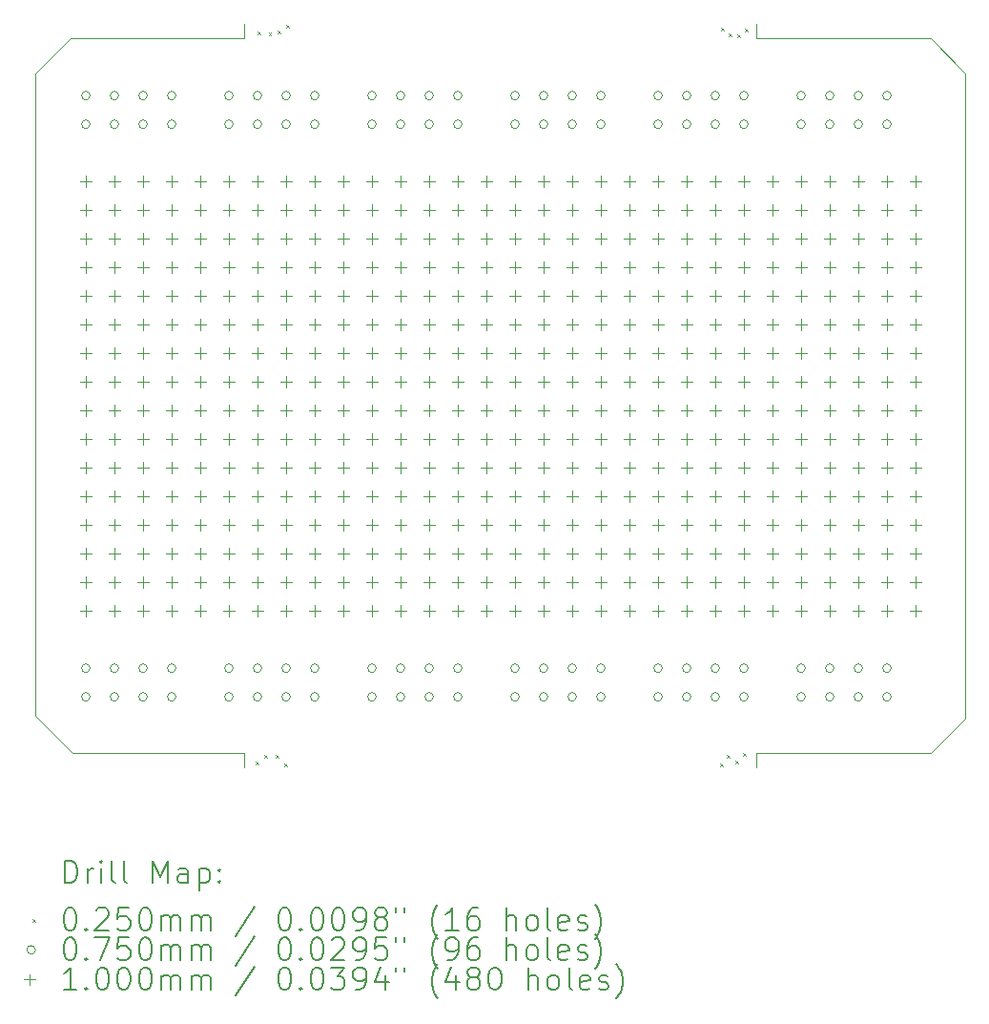
<source format=gbr>
%TF.GenerationSoftware,KiCad,Pcbnew,7.0.7*%
%TF.CreationDate,2024-02-23T14:46:43-08:00*%
%TF.ProjectId,JluxR2protoboard,4a6c7578-5232-4707-926f-746f626f6172,rev?*%
%TF.SameCoordinates,Original*%
%TF.FileFunction,Drillmap*%
%TF.FilePolarity,Positive*%
%FSLAX45Y45*%
G04 Gerber Fmt 4.5, Leading zero omitted, Abs format (unit mm)*
G04 Created by KiCad (PCBNEW 7.0.7) date 2024-02-23 14:46:43*
%MOMM*%
%LPD*%
G01*
G04 APERTURE LIST*
%ADD10C,0.050000*%
%ADD11C,0.200000*%
%ADD12C,0.025000*%
%ADD13C,0.075000*%
%ADD14C,0.100000*%
G04 APERTURE END LIST*
D10*
X12468860Y-2677160D02*
X14018260Y-2677160D01*
X7922260Y-2550160D02*
X7922260Y-2677160D01*
X6070600Y-2984500D02*
X6070600Y-8686800D01*
X6400800Y-9017000D02*
X6070600Y-8686800D01*
X12471400Y-9017000D02*
X14020800Y-9017000D01*
X7924800Y-9017000D02*
X6400800Y-9017000D01*
X14018260Y-2677160D02*
X14325600Y-2984500D01*
X12471400Y-9144000D02*
X12471400Y-9017000D01*
X12468860Y-2550160D02*
X12468860Y-2677160D01*
X7922260Y-2677160D02*
X6377940Y-2677160D01*
X6377940Y-2677160D02*
X6070600Y-2984500D01*
X7924800Y-9144000D02*
X7924800Y-9017000D01*
X14325600Y-2984500D02*
X14325600Y-8712200D01*
X14020800Y-9017000D02*
X14325600Y-8712200D01*
D11*
D12*
X8026600Y-9093400D02*
X8051600Y-9118400D01*
X8051600Y-9093400D02*
X8026600Y-9118400D01*
X8039300Y-2616400D02*
X8064300Y-2641400D01*
X8064300Y-2616400D02*
X8039300Y-2641400D01*
X8100857Y-9034576D02*
X8125857Y-9059576D01*
X8125857Y-9034576D02*
X8100857Y-9059576D01*
X8137620Y-2619680D02*
X8162620Y-2644680D01*
X8162620Y-2619680D02*
X8137620Y-2644680D01*
X8200400Y-9029900D02*
X8225400Y-9054900D01*
X8225400Y-9029900D02*
X8200400Y-9054900D01*
X8217100Y-2603700D02*
X8242100Y-2628700D01*
X8242100Y-2603700D02*
X8217100Y-2628700D01*
X8280600Y-9106100D02*
X8305600Y-9131100D01*
X8305600Y-9106100D02*
X8280600Y-9131100D01*
X8293300Y-2552900D02*
X8318300Y-2577900D01*
X8318300Y-2552900D02*
X8293300Y-2577900D01*
X12145822Y-9109475D02*
X12170822Y-9134475D01*
X12170822Y-9109475D02*
X12145822Y-9134475D01*
X12158104Y-2580386D02*
X12183104Y-2605386D01*
X12183104Y-2580386D02*
X12158104Y-2605386D01*
X12204688Y-9029900D02*
X12229688Y-9054900D01*
X12229688Y-9029900D02*
X12204688Y-9054900D01*
X12225220Y-2634180D02*
X12250220Y-2659180D01*
X12250220Y-2634180D02*
X12225220Y-2659180D01*
X12284402Y-9080700D02*
X12309402Y-9105700D01*
X12309402Y-9080700D02*
X12284402Y-9105700D01*
X12302300Y-2642657D02*
X12327300Y-2667657D01*
X12327300Y-2642657D02*
X12302300Y-2667657D01*
X12350077Y-9013000D02*
X12375077Y-9038000D01*
X12375077Y-9013000D02*
X12350077Y-9038000D01*
X12369800Y-2587139D02*
X12394800Y-2612139D01*
X12394800Y-2587139D02*
X12369800Y-2612139D01*
D13*
X6552600Y-3182620D02*
G75*
G03*
X6552600Y-3182620I-37500J0D01*
G01*
X6552600Y-3436620D02*
G75*
G03*
X6552600Y-3436620I-37500J0D01*
G01*
X6552600Y-8262620D02*
G75*
G03*
X6552600Y-8262620I-37500J0D01*
G01*
X6552600Y-8516620D02*
G75*
G03*
X6552600Y-8516620I-37500J0D01*
G01*
X6806600Y-3182620D02*
G75*
G03*
X6806600Y-3182620I-37500J0D01*
G01*
X6806600Y-3436620D02*
G75*
G03*
X6806600Y-3436620I-37500J0D01*
G01*
X6806600Y-8262620D02*
G75*
G03*
X6806600Y-8262620I-37500J0D01*
G01*
X6806600Y-8516620D02*
G75*
G03*
X6806600Y-8516620I-37500J0D01*
G01*
X7060600Y-3182620D02*
G75*
G03*
X7060600Y-3182620I-37500J0D01*
G01*
X7060600Y-3436620D02*
G75*
G03*
X7060600Y-3436620I-37500J0D01*
G01*
X7060600Y-8262620D02*
G75*
G03*
X7060600Y-8262620I-37500J0D01*
G01*
X7060600Y-8516620D02*
G75*
G03*
X7060600Y-8516620I-37500J0D01*
G01*
X7314600Y-3182620D02*
G75*
G03*
X7314600Y-3182620I-37500J0D01*
G01*
X7314600Y-3436620D02*
G75*
G03*
X7314600Y-3436620I-37500J0D01*
G01*
X7314600Y-8262620D02*
G75*
G03*
X7314600Y-8262620I-37500J0D01*
G01*
X7314600Y-8516620D02*
G75*
G03*
X7314600Y-8516620I-37500J0D01*
G01*
X7822600Y-3182620D02*
G75*
G03*
X7822600Y-3182620I-37500J0D01*
G01*
X7822600Y-3436620D02*
G75*
G03*
X7822600Y-3436620I-37500J0D01*
G01*
X7822600Y-8262620D02*
G75*
G03*
X7822600Y-8262620I-37500J0D01*
G01*
X7822600Y-8516620D02*
G75*
G03*
X7822600Y-8516620I-37500J0D01*
G01*
X8076600Y-3182620D02*
G75*
G03*
X8076600Y-3182620I-37500J0D01*
G01*
X8076600Y-3436620D02*
G75*
G03*
X8076600Y-3436620I-37500J0D01*
G01*
X8076600Y-8262620D02*
G75*
G03*
X8076600Y-8262620I-37500J0D01*
G01*
X8076600Y-8516620D02*
G75*
G03*
X8076600Y-8516620I-37500J0D01*
G01*
X8330600Y-3182620D02*
G75*
G03*
X8330600Y-3182620I-37500J0D01*
G01*
X8330600Y-3436620D02*
G75*
G03*
X8330600Y-3436620I-37500J0D01*
G01*
X8330600Y-8262620D02*
G75*
G03*
X8330600Y-8262620I-37500J0D01*
G01*
X8330600Y-8516620D02*
G75*
G03*
X8330600Y-8516620I-37500J0D01*
G01*
X8584600Y-3182620D02*
G75*
G03*
X8584600Y-3182620I-37500J0D01*
G01*
X8584600Y-3436620D02*
G75*
G03*
X8584600Y-3436620I-37500J0D01*
G01*
X8584600Y-8262620D02*
G75*
G03*
X8584600Y-8262620I-37500J0D01*
G01*
X8584600Y-8516620D02*
G75*
G03*
X8584600Y-8516620I-37500J0D01*
G01*
X9092600Y-3182620D02*
G75*
G03*
X9092600Y-3182620I-37500J0D01*
G01*
X9092600Y-3436620D02*
G75*
G03*
X9092600Y-3436620I-37500J0D01*
G01*
X9092600Y-8262620D02*
G75*
G03*
X9092600Y-8262620I-37500J0D01*
G01*
X9092600Y-8516620D02*
G75*
G03*
X9092600Y-8516620I-37500J0D01*
G01*
X9346600Y-3182620D02*
G75*
G03*
X9346600Y-3182620I-37500J0D01*
G01*
X9346600Y-3436620D02*
G75*
G03*
X9346600Y-3436620I-37500J0D01*
G01*
X9346600Y-8262620D02*
G75*
G03*
X9346600Y-8262620I-37500J0D01*
G01*
X9346600Y-8516620D02*
G75*
G03*
X9346600Y-8516620I-37500J0D01*
G01*
X9600600Y-3182620D02*
G75*
G03*
X9600600Y-3182620I-37500J0D01*
G01*
X9600600Y-3436620D02*
G75*
G03*
X9600600Y-3436620I-37500J0D01*
G01*
X9600600Y-8262620D02*
G75*
G03*
X9600600Y-8262620I-37500J0D01*
G01*
X9600600Y-8516620D02*
G75*
G03*
X9600600Y-8516620I-37500J0D01*
G01*
X9854600Y-3182620D02*
G75*
G03*
X9854600Y-3182620I-37500J0D01*
G01*
X9854600Y-3436620D02*
G75*
G03*
X9854600Y-3436620I-37500J0D01*
G01*
X9854600Y-8262620D02*
G75*
G03*
X9854600Y-8262620I-37500J0D01*
G01*
X9854600Y-8516620D02*
G75*
G03*
X9854600Y-8516620I-37500J0D01*
G01*
X10362600Y-3182620D02*
G75*
G03*
X10362600Y-3182620I-37500J0D01*
G01*
X10362600Y-3436620D02*
G75*
G03*
X10362600Y-3436620I-37500J0D01*
G01*
X10362600Y-8262620D02*
G75*
G03*
X10362600Y-8262620I-37500J0D01*
G01*
X10362600Y-8516620D02*
G75*
G03*
X10362600Y-8516620I-37500J0D01*
G01*
X10616600Y-3182620D02*
G75*
G03*
X10616600Y-3182620I-37500J0D01*
G01*
X10616600Y-3436620D02*
G75*
G03*
X10616600Y-3436620I-37500J0D01*
G01*
X10616600Y-8262620D02*
G75*
G03*
X10616600Y-8262620I-37500J0D01*
G01*
X10616600Y-8516620D02*
G75*
G03*
X10616600Y-8516620I-37500J0D01*
G01*
X10870600Y-3182620D02*
G75*
G03*
X10870600Y-3182620I-37500J0D01*
G01*
X10870600Y-3436620D02*
G75*
G03*
X10870600Y-3436620I-37500J0D01*
G01*
X10870600Y-8262620D02*
G75*
G03*
X10870600Y-8262620I-37500J0D01*
G01*
X10870600Y-8516620D02*
G75*
G03*
X10870600Y-8516620I-37500J0D01*
G01*
X11124600Y-3182620D02*
G75*
G03*
X11124600Y-3182620I-37500J0D01*
G01*
X11124600Y-3436620D02*
G75*
G03*
X11124600Y-3436620I-37500J0D01*
G01*
X11124600Y-8262620D02*
G75*
G03*
X11124600Y-8262620I-37500J0D01*
G01*
X11124600Y-8516620D02*
G75*
G03*
X11124600Y-8516620I-37500J0D01*
G01*
X11632600Y-3182620D02*
G75*
G03*
X11632600Y-3182620I-37500J0D01*
G01*
X11632600Y-3436620D02*
G75*
G03*
X11632600Y-3436620I-37500J0D01*
G01*
X11632600Y-8262620D02*
G75*
G03*
X11632600Y-8262620I-37500J0D01*
G01*
X11632600Y-8516620D02*
G75*
G03*
X11632600Y-8516620I-37500J0D01*
G01*
X11886600Y-3182620D02*
G75*
G03*
X11886600Y-3182620I-37500J0D01*
G01*
X11886600Y-3436620D02*
G75*
G03*
X11886600Y-3436620I-37500J0D01*
G01*
X11886600Y-8262620D02*
G75*
G03*
X11886600Y-8262620I-37500J0D01*
G01*
X11886600Y-8516620D02*
G75*
G03*
X11886600Y-8516620I-37500J0D01*
G01*
X12140600Y-3182620D02*
G75*
G03*
X12140600Y-3182620I-37500J0D01*
G01*
X12140600Y-3436620D02*
G75*
G03*
X12140600Y-3436620I-37500J0D01*
G01*
X12140600Y-8262620D02*
G75*
G03*
X12140600Y-8262620I-37500J0D01*
G01*
X12140600Y-8516620D02*
G75*
G03*
X12140600Y-8516620I-37500J0D01*
G01*
X12394600Y-3182620D02*
G75*
G03*
X12394600Y-3182620I-37500J0D01*
G01*
X12394600Y-3436620D02*
G75*
G03*
X12394600Y-3436620I-37500J0D01*
G01*
X12394600Y-8262620D02*
G75*
G03*
X12394600Y-8262620I-37500J0D01*
G01*
X12394600Y-8516620D02*
G75*
G03*
X12394600Y-8516620I-37500J0D01*
G01*
X12902600Y-3182620D02*
G75*
G03*
X12902600Y-3182620I-37500J0D01*
G01*
X12902600Y-3436620D02*
G75*
G03*
X12902600Y-3436620I-37500J0D01*
G01*
X12902600Y-8262620D02*
G75*
G03*
X12902600Y-8262620I-37500J0D01*
G01*
X12902600Y-8516620D02*
G75*
G03*
X12902600Y-8516620I-37500J0D01*
G01*
X13156600Y-3182620D02*
G75*
G03*
X13156600Y-3182620I-37500J0D01*
G01*
X13156600Y-3436620D02*
G75*
G03*
X13156600Y-3436620I-37500J0D01*
G01*
X13156600Y-8262620D02*
G75*
G03*
X13156600Y-8262620I-37500J0D01*
G01*
X13156600Y-8516620D02*
G75*
G03*
X13156600Y-8516620I-37500J0D01*
G01*
X13410600Y-3182620D02*
G75*
G03*
X13410600Y-3182620I-37500J0D01*
G01*
X13410600Y-3436620D02*
G75*
G03*
X13410600Y-3436620I-37500J0D01*
G01*
X13410600Y-8262620D02*
G75*
G03*
X13410600Y-8262620I-37500J0D01*
G01*
X13410600Y-8516620D02*
G75*
G03*
X13410600Y-8516620I-37500J0D01*
G01*
X13664600Y-3182620D02*
G75*
G03*
X13664600Y-3182620I-37500J0D01*
G01*
X13664600Y-3436620D02*
G75*
G03*
X13664600Y-3436620I-37500J0D01*
G01*
X13664600Y-8262620D02*
G75*
G03*
X13664600Y-8262620I-37500J0D01*
G01*
X13664600Y-8516620D02*
G75*
G03*
X13664600Y-8516620I-37500J0D01*
G01*
D14*
X6515100Y-3896120D02*
X6515100Y-3996120D01*
X6465100Y-3946120D02*
X6565100Y-3946120D01*
X6515100Y-4150120D02*
X6515100Y-4250120D01*
X6465100Y-4200120D02*
X6565100Y-4200120D01*
X6515100Y-4404120D02*
X6515100Y-4504120D01*
X6465100Y-4454120D02*
X6565100Y-4454120D01*
X6515100Y-4658120D02*
X6515100Y-4758120D01*
X6465100Y-4708120D02*
X6565100Y-4708120D01*
X6515100Y-4912120D02*
X6515100Y-5012120D01*
X6465100Y-4962120D02*
X6565100Y-4962120D01*
X6515100Y-5166120D02*
X6515100Y-5266120D01*
X6465100Y-5216120D02*
X6565100Y-5216120D01*
X6515100Y-5420120D02*
X6515100Y-5520120D01*
X6465100Y-5470120D02*
X6565100Y-5470120D01*
X6515100Y-5674120D02*
X6515100Y-5774120D01*
X6465100Y-5724120D02*
X6565100Y-5724120D01*
X6515100Y-5928120D02*
X6515100Y-6028120D01*
X6465100Y-5978120D02*
X6565100Y-5978120D01*
X6515100Y-6182120D02*
X6515100Y-6282120D01*
X6465100Y-6232120D02*
X6565100Y-6232120D01*
X6515100Y-6436120D02*
X6515100Y-6536120D01*
X6465100Y-6486120D02*
X6565100Y-6486120D01*
X6515100Y-6690120D02*
X6515100Y-6790120D01*
X6465100Y-6740120D02*
X6565100Y-6740120D01*
X6515100Y-6944120D02*
X6515100Y-7044120D01*
X6465100Y-6994120D02*
X6565100Y-6994120D01*
X6515100Y-7198120D02*
X6515100Y-7298120D01*
X6465100Y-7248120D02*
X6565100Y-7248120D01*
X6515100Y-7452120D02*
X6515100Y-7552120D01*
X6465100Y-7502120D02*
X6565100Y-7502120D01*
X6515100Y-7706120D02*
X6515100Y-7806120D01*
X6465100Y-7756120D02*
X6565100Y-7756120D01*
X6769100Y-3896120D02*
X6769100Y-3996120D01*
X6719100Y-3946120D02*
X6819100Y-3946120D01*
X6769100Y-4150120D02*
X6769100Y-4250120D01*
X6719100Y-4200120D02*
X6819100Y-4200120D01*
X6769100Y-4404120D02*
X6769100Y-4504120D01*
X6719100Y-4454120D02*
X6819100Y-4454120D01*
X6769100Y-4658120D02*
X6769100Y-4758120D01*
X6719100Y-4708120D02*
X6819100Y-4708120D01*
X6769100Y-4912120D02*
X6769100Y-5012120D01*
X6719100Y-4962120D02*
X6819100Y-4962120D01*
X6769100Y-5166120D02*
X6769100Y-5266120D01*
X6719100Y-5216120D02*
X6819100Y-5216120D01*
X6769100Y-5420120D02*
X6769100Y-5520120D01*
X6719100Y-5470120D02*
X6819100Y-5470120D01*
X6769100Y-5674120D02*
X6769100Y-5774120D01*
X6719100Y-5724120D02*
X6819100Y-5724120D01*
X6769100Y-5928120D02*
X6769100Y-6028120D01*
X6719100Y-5978120D02*
X6819100Y-5978120D01*
X6769100Y-6182120D02*
X6769100Y-6282120D01*
X6719100Y-6232120D02*
X6819100Y-6232120D01*
X6769100Y-6436120D02*
X6769100Y-6536120D01*
X6719100Y-6486120D02*
X6819100Y-6486120D01*
X6769100Y-6690120D02*
X6769100Y-6790120D01*
X6719100Y-6740120D02*
X6819100Y-6740120D01*
X6769100Y-6944120D02*
X6769100Y-7044120D01*
X6719100Y-6994120D02*
X6819100Y-6994120D01*
X6769100Y-7198120D02*
X6769100Y-7298120D01*
X6719100Y-7248120D02*
X6819100Y-7248120D01*
X6769100Y-7452120D02*
X6769100Y-7552120D01*
X6719100Y-7502120D02*
X6819100Y-7502120D01*
X6769100Y-7706120D02*
X6769100Y-7806120D01*
X6719100Y-7756120D02*
X6819100Y-7756120D01*
X7023100Y-3896120D02*
X7023100Y-3996120D01*
X6973100Y-3946120D02*
X7073100Y-3946120D01*
X7023100Y-4150120D02*
X7023100Y-4250120D01*
X6973100Y-4200120D02*
X7073100Y-4200120D01*
X7023100Y-4404120D02*
X7023100Y-4504120D01*
X6973100Y-4454120D02*
X7073100Y-4454120D01*
X7023100Y-4658120D02*
X7023100Y-4758120D01*
X6973100Y-4708120D02*
X7073100Y-4708120D01*
X7023100Y-4912120D02*
X7023100Y-5012120D01*
X6973100Y-4962120D02*
X7073100Y-4962120D01*
X7023100Y-5166120D02*
X7023100Y-5266120D01*
X6973100Y-5216120D02*
X7073100Y-5216120D01*
X7023100Y-5420120D02*
X7023100Y-5520120D01*
X6973100Y-5470120D02*
X7073100Y-5470120D01*
X7023100Y-5674120D02*
X7023100Y-5774120D01*
X6973100Y-5724120D02*
X7073100Y-5724120D01*
X7023100Y-5928120D02*
X7023100Y-6028120D01*
X6973100Y-5978120D02*
X7073100Y-5978120D01*
X7023100Y-6182120D02*
X7023100Y-6282120D01*
X6973100Y-6232120D02*
X7073100Y-6232120D01*
X7023100Y-6436120D02*
X7023100Y-6536120D01*
X6973100Y-6486120D02*
X7073100Y-6486120D01*
X7023100Y-6690120D02*
X7023100Y-6790120D01*
X6973100Y-6740120D02*
X7073100Y-6740120D01*
X7023100Y-6944120D02*
X7023100Y-7044120D01*
X6973100Y-6994120D02*
X7073100Y-6994120D01*
X7023100Y-7198120D02*
X7023100Y-7298120D01*
X6973100Y-7248120D02*
X7073100Y-7248120D01*
X7023100Y-7452120D02*
X7023100Y-7552120D01*
X6973100Y-7502120D02*
X7073100Y-7502120D01*
X7023100Y-7706120D02*
X7023100Y-7806120D01*
X6973100Y-7756120D02*
X7073100Y-7756120D01*
X7277100Y-3896120D02*
X7277100Y-3996120D01*
X7227100Y-3946120D02*
X7327100Y-3946120D01*
X7277100Y-4150120D02*
X7277100Y-4250120D01*
X7227100Y-4200120D02*
X7327100Y-4200120D01*
X7277100Y-4404120D02*
X7277100Y-4504120D01*
X7227100Y-4454120D02*
X7327100Y-4454120D01*
X7277100Y-4658120D02*
X7277100Y-4758120D01*
X7227100Y-4708120D02*
X7327100Y-4708120D01*
X7277100Y-4912120D02*
X7277100Y-5012120D01*
X7227100Y-4962120D02*
X7327100Y-4962120D01*
X7277100Y-5166120D02*
X7277100Y-5266120D01*
X7227100Y-5216120D02*
X7327100Y-5216120D01*
X7277100Y-5420120D02*
X7277100Y-5520120D01*
X7227100Y-5470120D02*
X7327100Y-5470120D01*
X7277100Y-5674120D02*
X7277100Y-5774120D01*
X7227100Y-5724120D02*
X7327100Y-5724120D01*
X7277100Y-5928120D02*
X7277100Y-6028120D01*
X7227100Y-5978120D02*
X7327100Y-5978120D01*
X7277100Y-6182120D02*
X7277100Y-6282120D01*
X7227100Y-6232120D02*
X7327100Y-6232120D01*
X7277100Y-6436120D02*
X7277100Y-6536120D01*
X7227100Y-6486120D02*
X7327100Y-6486120D01*
X7277100Y-6690120D02*
X7277100Y-6790120D01*
X7227100Y-6740120D02*
X7327100Y-6740120D01*
X7277100Y-6944120D02*
X7277100Y-7044120D01*
X7227100Y-6994120D02*
X7327100Y-6994120D01*
X7277100Y-7198120D02*
X7277100Y-7298120D01*
X7227100Y-7248120D02*
X7327100Y-7248120D01*
X7277100Y-7452120D02*
X7277100Y-7552120D01*
X7227100Y-7502120D02*
X7327100Y-7502120D01*
X7277100Y-7706120D02*
X7277100Y-7806120D01*
X7227100Y-7756120D02*
X7327100Y-7756120D01*
X7531100Y-3896120D02*
X7531100Y-3996120D01*
X7481100Y-3946120D02*
X7581100Y-3946120D01*
X7531100Y-4150120D02*
X7531100Y-4250120D01*
X7481100Y-4200120D02*
X7581100Y-4200120D01*
X7531100Y-4404120D02*
X7531100Y-4504120D01*
X7481100Y-4454120D02*
X7581100Y-4454120D01*
X7531100Y-4658120D02*
X7531100Y-4758120D01*
X7481100Y-4708120D02*
X7581100Y-4708120D01*
X7531100Y-4912120D02*
X7531100Y-5012120D01*
X7481100Y-4962120D02*
X7581100Y-4962120D01*
X7531100Y-5166120D02*
X7531100Y-5266120D01*
X7481100Y-5216120D02*
X7581100Y-5216120D01*
X7531100Y-5420120D02*
X7531100Y-5520120D01*
X7481100Y-5470120D02*
X7581100Y-5470120D01*
X7531100Y-5674120D02*
X7531100Y-5774120D01*
X7481100Y-5724120D02*
X7581100Y-5724120D01*
X7531100Y-5928120D02*
X7531100Y-6028120D01*
X7481100Y-5978120D02*
X7581100Y-5978120D01*
X7531100Y-6182120D02*
X7531100Y-6282120D01*
X7481100Y-6232120D02*
X7581100Y-6232120D01*
X7531100Y-6436120D02*
X7531100Y-6536120D01*
X7481100Y-6486120D02*
X7581100Y-6486120D01*
X7531100Y-6690120D02*
X7531100Y-6790120D01*
X7481100Y-6740120D02*
X7581100Y-6740120D01*
X7531100Y-6944120D02*
X7531100Y-7044120D01*
X7481100Y-6994120D02*
X7581100Y-6994120D01*
X7531100Y-7198120D02*
X7531100Y-7298120D01*
X7481100Y-7248120D02*
X7581100Y-7248120D01*
X7531100Y-7452120D02*
X7531100Y-7552120D01*
X7481100Y-7502120D02*
X7581100Y-7502120D01*
X7531100Y-7706120D02*
X7531100Y-7806120D01*
X7481100Y-7756120D02*
X7581100Y-7756120D01*
X7785100Y-3896120D02*
X7785100Y-3996120D01*
X7735100Y-3946120D02*
X7835100Y-3946120D01*
X7785100Y-4150120D02*
X7785100Y-4250120D01*
X7735100Y-4200120D02*
X7835100Y-4200120D01*
X7785100Y-4404120D02*
X7785100Y-4504120D01*
X7735100Y-4454120D02*
X7835100Y-4454120D01*
X7785100Y-4658120D02*
X7785100Y-4758120D01*
X7735100Y-4708120D02*
X7835100Y-4708120D01*
X7785100Y-4912120D02*
X7785100Y-5012120D01*
X7735100Y-4962120D02*
X7835100Y-4962120D01*
X7785100Y-5166120D02*
X7785100Y-5266120D01*
X7735100Y-5216120D02*
X7835100Y-5216120D01*
X7785100Y-5420120D02*
X7785100Y-5520120D01*
X7735100Y-5470120D02*
X7835100Y-5470120D01*
X7785100Y-5674120D02*
X7785100Y-5774120D01*
X7735100Y-5724120D02*
X7835100Y-5724120D01*
X7785100Y-5928120D02*
X7785100Y-6028120D01*
X7735100Y-5978120D02*
X7835100Y-5978120D01*
X7785100Y-6182120D02*
X7785100Y-6282120D01*
X7735100Y-6232120D02*
X7835100Y-6232120D01*
X7785100Y-6436120D02*
X7785100Y-6536120D01*
X7735100Y-6486120D02*
X7835100Y-6486120D01*
X7785100Y-6690120D02*
X7785100Y-6790120D01*
X7735100Y-6740120D02*
X7835100Y-6740120D01*
X7785100Y-6944120D02*
X7785100Y-7044120D01*
X7735100Y-6994120D02*
X7835100Y-6994120D01*
X7785100Y-7198120D02*
X7785100Y-7298120D01*
X7735100Y-7248120D02*
X7835100Y-7248120D01*
X7785100Y-7452120D02*
X7785100Y-7552120D01*
X7735100Y-7502120D02*
X7835100Y-7502120D01*
X7785100Y-7706120D02*
X7785100Y-7806120D01*
X7735100Y-7756120D02*
X7835100Y-7756120D01*
X8039100Y-3896120D02*
X8039100Y-3996120D01*
X7989100Y-3946120D02*
X8089100Y-3946120D01*
X8039100Y-4150120D02*
X8039100Y-4250120D01*
X7989100Y-4200120D02*
X8089100Y-4200120D01*
X8039100Y-4404120D02*
X8039100Y-4504120D01*
X7989100Y-4454120D02*
X8089100Y-4454120D01*
X8039100Y-4658120D02*
X8039100Y-4758120D01*
X7989100Y-4708120D02*
X8089100Y-4708120D01*
X8039100Y-4912120D02*
X8039100Y-5012120D01*
X7989100Y-4962120D02*
X8089100Y-4962120D01*
X8039100Y-5166120D02*
X8039100Y-5266120D01*
X7989100Y-5216120D02*
X8089100Y-5216120D01*
X8039100Y-5420120D02*
X8039100Y-5520120D01*
X7989100Y-5470120D02*
X8089100Y-5470120D01*
X8039100Y-5674120D02*
X8039100Y-5774120D01*
X7989100Y-5724120D02*
X8089100Y-5724120D01*
X8039100Y-5928120D02*
X8039100Y-6028120D01*
X7989100Y-5978120D02*
X8089100Y-5978120D01*
X8039100Y-6182120D02*
X8039100Y-6282120D01*
X7989100Y-6232120D02*
X8089100Y-6232120D01*
X8039100Y-6436120D02*
X8039100Y-6536120D01*
X7989100Y-6486120D02*
X8089100Y-6486120D01*
X8039100Y-6690120D02*
X8039100Y-6790120D01*
X7989100Y-6740120D02*
X8089100Y-6740120D01*
X8039100Y-6944120D02*
X8039100Y-7044120D01*
X7989100Y-6994120D02*
X8089100Y-6994120D01*
X8039100Y-7198120D02*
X8039100Y-7298120D01*
X7989100Y-7248120D02*
X8089100Y-7248120D01*
X8039100Y-7452120D02*
X8039100Y-7552120D01*
X7989100Y-7502120D02*
X8089100Y-7502120D01*
X8039100Y-7706120D02*
X8039100Y-7806120D01*
X7989100Y-7756120D02*
X8089100Y-7756120D01*
X8293100Y-3896120D02*
X8293100Y-3996120D01*
X8243100Y-3946120D02*
X8343100Y-3946120D01*
X8293100Y-4150120D02*
X8293100Y-4250120D01*
X8243100Y-4200120D02*
X8343100Y-4200120D01*
X8293100Y-4404120D02*
X8293100Y-4504120D01*
X8243100Y-4454120D02*
X8343100Y-4454120D01*
X8293100Y-4658120D02*
X8293100Y-4758120D01*
X8243100Y-4708120D02*
X8343100Y-4708120D01*
X8293100Y-4912120D02*
X8293100Y-5012120D01*
X8243100Y-4962120D02*
X8343100Y-4962120D01*
X8293100Y-5166120D02*
X8293100Y-5266120D01*
X8243100Y-5216120D02*
X8343100Y-5216120D01*
X8293100Y-5420120D02*
X8293100Y-5520120D01*
X8243100Y-5470120D02*
X8343100Y-5470120D01*
X8293100Y-5674120D02*
X8293100Y-5774120D01*
X8243100Y-5724120D02*
X8343100Y-5724120D01*
X8293100Y-5928120D02*
X8293100Y-6028120D01*
X8243100Y-5978120D02*
X8343100Y-5978120D01*
X8293100Y-6182120D02*
X8293100Y-6282120D01*
X8243100Y-6232120D02*
X8343100Y-6232120D01*
X8293100Y-6436120D02*
X8293100Y-6536120D01*
X8243100Y-6486120D02*
X8343100Y-6486120D01*
X8293100Y-6690120D02*
X8293100Y-6790120D01*
X8243100Y-6740120D02*
X8343100Y-6740120D01*
X8293100Y-6944120D02*
X8293100Y-7044120D01*
X8243100Y-6994120D02*
X8343100Y-6994120D01*
X8293100Y-7198120D02*
X8293100Y-7298120D01*
X8243100Y-7248120D02*
X8343100Y-7248120D01*
X8293100Y-7452120D02*
X8293100Y-7552120D01*
X8243100Y-7502120D02*
X8343100Y-7502120D01*
X8293100Y-7706120D02*
X8293100Y-7806120D01*
X8243100Y-7756120D02*
X8343100Y-7756120D01*
X8547100Y-3896120D02*
X8547100Y-3996120D01*
X8497100Y-3946120D02*
X8597100Y-3946120D01*
X8547100Y-4150120D02*
X8547100Y-4250120D01*
X8497100Y-4200120D02*
X8597100Y-4200120D01*
X8547100Y-4404120D02*
X8547100Y-4504120D01*
X8497100Y-4454120D02*
X8597100Y-4454120D01*
X8547100Y-4658120D02*
X8547100Y-4758120D01*
X8497100Y-4708120D02*
X8597100Y-4708120D01*
X8547100Y-4912120D02*
X8547100Y-5012120D01*
X8497100Y-4962120D02*
X8597100Y-4962120D01*
X8547100Y-5166120D02*
X8547100Y-5266120D01*
X8497100Y-5216120D02*
X8597100Y-5216120D01*
X8547100Y-5420120D02*
X8547100Y-5520120D01*
X8497100Y-5470120D02*
X8597100Y-5470120D01*
X8547100Y-5674120D02*
X8547100Y-5774120D01*
X8497100Y-5724120D02*
X8597100Y-5724120D01*
X8547100Y-5928120D02*
X8547100Y-6028120D01*
X8497100Y-5978120D02*
X8597100Y-5978120D01*
X8547100Y-6182120D02*
X8547100Y-6282120D01*
X8497100Y-6232120D02*
X8597100Y-6232120D01*
X8547100Y-6436120D02*
X8547100Y-6536120D01*
X8497100Y-6486120D02*
X8597100Y-6486120D01*
X8547100Y-6690120D02*
X8547100Y-6790120D01*
X8497100Y-6740120D02*
X8597100Y-6740120D01*
X8547100Y-6944120D02*
X8547100Y-7044120D01*
X8497100Y-6994120D02*
X8597100Y-6994120D01*
X8547100Y-7198120D02*
X8547100Y-7298120D01*
X8497100Y-7248120D02*
X8597100Y-7248120D01*
X8547100Y-7452120D02*
X8547100Y-7552120D01*
X8497100Y-7502120D02*
X8597100Y-7502120D01*
X8547100Y-7706120D02*
X8547100Y-7806120D01*
X8497100Y-7756120D02*
X8597100Y-7756120D01*
X8801100Y-3896120D02*
X8801100Y-3996120D01*
X8751100Y-3946120D02*
X8851100Y-3946120D01*
X8801100Y-4150120D02*
X8801100Y-4250120D01*
X8751100Y-4200120D02*
X8851100Y-4200120D01*
X8801100Y-4404120D02*
X8801100Y-4504120D01*
X8751100Y-4454120D02*
X8851100Y-4454120D01*
X8801100Y-4658120D02*
X8801100Y-4758120D01*
X8751100Y-4708120D02*
X8851100Y-4708120D01*
X8801100Y-4912120D02*
X8801100Y-5012120D01*
X8751100Y-4962120D02*
X8851100Y-4962120D01*
X8801100Y-5166120D02*
X8801100Y-5266120D01*
X8751100Y-5216120D02*
X8851100Y-5216120D01*
X8801100Y-5420120D02*
X8801100Y-5520120D01*
X8751100Y-5470120D02*
X8851100Y-5470120D01*
X8801100Y-5674120D02*
X8801100Y-5774120D01*
X8751100Y-5724120D02*
X8851100Y-5724120D01*
X8801100Y-5928120D02*
X8801100Y-6028120D01*
X8751100Y-5978120D02*
X8851100Y-5978120D01*
X8801100Y-6182120D02*
X8801100Y-6282120D01*
X8751100Y-6232120D02*
X8851100Y-6232120D01*
X8801100Y-6436120D02*
X8801100Y-6536120D01*
X8751100Y-6486120D02*
X8851100Y-6486120D01*
X8801100Y-6690120D02*
X8801100Y-6790120D01*
X8751100Y-6740120D02*
X8851100Y-6740120D01*
X8801100Y-6944120D02*
X8801100Y-7044120D01*
X8751100Y-6994120D02*
X8851100Y-6994120D01*
X8801100Y-7198120D02*
X8801100Y-7298120D01*
X8751100Y-7248120D02*
X8851100Y-7248120D01*
X8801100Y-7452120D02*
X8801100Y-7552120D01*
X8751100Y-7502120D02*
X8851100Y-7502120D01*
X8801100Y-7706120D02*
X8801100Y-7806120D01*
X8751100Y-7756120D02*
X8851100Y-7756120D01*
X9055100Y-3896120D02*
X9055100Y-3996120D01*
X9005100Y-3946120D02*
X9105100Y-3946120D01*
X9055100Y-4150120D02*
X9055100Y-4250120D01*
X9005100Y-4200120D02*
X9105100Y-4200120D01*
X9055100Y-4404120D02*
X9055100Y-4504120D01*
X9005100Y-4454120D02*
X9105100Y-4454120D01*
X9055100Y-4658120D02*
X9055100Y-4758120D01*
X9005100Y-4708120D02*
X9105100Y-4708120D01*
X9055100Y-4912120D02*
X9055100Y-5012120D01*
X9005100Y-4962120D02*
X9105100Y-4962120D01*
X9055100Y-5166120D02*
X9055100Y-5266120D01*
X9005100Y-5216120D02*
X9105100Y-5216120D01*
X9055100Y-5420120D02*
X9055100Y-5520120D01*
X9005100Y-5470120D02*
X9105100Y-5470120D01*
X9055100Y-5674120D02*
X9055100Y-5774120D01*
X9005100Y-5724120D02*
X9105100Y-5724120D01*
X9055100Y-5928120D02*
X9055100Y-6028120D01*
X9005100Y-5978120D02*
X9105100Y-5978120D01*
X9055100Y-6182120D02*
X9055100Y-6282120D01*
X9005100Y-6232120D02*
X9105100Y-6232120D01*
X9055100Y-6436120D02*
X9055100Y-6536120D01*
X9005100Y-6486120D02*
X9105100Y-6486120D01*
X9055100Y-6690120D02*
X9055100Y-6790120D01*
X9005100Y-6740120D02*
X9105100Y-6740120D01*
X9055100Y-6944120D02*
X9055100Y-7044120D01*
X9005100Y-6994120D02*
X9105100Y-6994120D01*
X9055100Y-7198120D02*
X9055100Y-7298120D01*
X9005100Y-7248120D02*
X9105100Y-7248120D01*
X9055100Y-7452120D02*
X9055100Y-7552120D01*
X9005100Y-7502120D02*
X9105100Y-7502120D01*
X9055100Y-7706120D02*
X9055100Y-7806120D01*
X9005100Y-7756120D02*
X9105100Y-7756120D01*
X9309100Y-3896120D02*
X9309100Y-3996120D01*
X9259100Y-3946120D02*
X9359100Y-3946120D01*
X9309100Y-4150120D02*
X9309100Y-4250120D01*
X9259100Y-4200120D02*
X9359100Y-4200120D01*
X9309100Y-4404120D02*
X9309100Y-4504120D01*
X9259100Y-4454120D02*
X9359100Y-4454120D01*
X9309100Y-4658120D02*
X9309100Y-4758120D01*
X9259100Y-4708120D02*
X9359100Y-4708120D01*
X9309100Y-4912120D02*
X9309100Y-5012120D01*
X9259100Y-4962120D02*
X9359100Y-4962120D01*
X9309100Y-5166120D02*
X9309100Y-5266120D01*
X9259100Y-5216120D02*
X9359100Y-5216120D01*
X9309100Y-5420120D02*
X9309100Y-5520120D01*
X9259100Y-5470120D02*
X9359100Y-5470120D01*
X9309100Y-5674120D02*
X9309100Y-5774120D01*
X9259100Y-5724120D02*
X9359100Y-5724120D01*
X9309100Y-5928120D02*
X9309100Y-6028120D01*
X9259100Y-5978120D02*
X9359100Y-5978120D01*
X9309100Y-6182120D02*
X9309100Y-6282120D01*
X9259100Y-6232120D02*
X9359100Y-6232120D01*
X9309100Y-6436120D02*
X9309100Y-6536120D01*
X9259100Y-6486120D02*
X9359100Y-6486120D01*
X9309100Y-6690120D02*
X9309100Y-6790120D01*
X9259100Y-6740120D02*
X9359100Y-6740120D01*
X9309100Y-6944120D02*
X9309100Y-7044120D01*
X9259100Y-6994120D02*
X9359100Y-6994120D01*
X9309100Y-7198120D02*
X9309100Y-7298120D01*
X9259100Y-7248120D02*
X9359100Y-7248120D01*
X9309100Y-7452120D02*
X9309100Y-7552120D01*
X9259100Y-7502120D02*
X9359100Y-7502120D01*
X9309100Y-7706120D02*
X9309100Y-7806120D01*
X9259100Y-7756120D02*
X9359100Y-7756120D01*
X9563100Y-3896120D02*
X9563100Y-3996120D01*
X9513100Y-3946120D02*
X9613100Y-3946120D01*
X9563100Y-4150120D02*
X9563100Y-4250120D01*
X9513100Y-4200120D02*
X9613100Y-4200120D01*
X9563100Y-4404120D02*
X9563100Y-4504120D01*
X9513100Y-4454120D02*
X9613100Y-4454120D01*
X9563100Y-4658120D02*
X9563100Y-4758120D01*
X9513100Y-4708120D02*
X9613100Y-4708120D01*
X9563100Y-4912120D02*
X9563100Y-5012120D01*
X9513100Y-4962120D02*
X9613100Y-4962120D01*
X9563100Y-5166120D02*
X9563100Y-5266120D01*
X9513100Y-5216120D02*
X9613100Y-5216120D01*
X9563100Y-5420120D02*
X9563100Y-5520120D01*
X9513100Y-5470120D02*
X9613100Y-5470120D01*
X9563100Y-5674120D02*
X9563100Y-5774120D01*
X9513100Y-5724120D02*
X9613100Y-5724120D01*
X9563100Y-5928120D02*
X9563100Y-6028120D01*
X9513100Y-5978120D02*
X9613100Y-5978120D01*
X9563100Y-6182120D02*
X9563100Y-6282120D01*
X9513100Y-6232120D02*
X9613100Y-6232120D01*
X9563100Y-6436120D02*
X9563100Y-6536120D01*
X9513100Y-6486120D02*
X9613100Y-6486120D01*
X9563100Y-6690120D02*
X9563100Y-6790120D01*
X9513100Y-6740120D02*
X9613100Y-6740120D01*
X9563100Y-6944120D02*
X9563100Y-7044120D01*
X9513100Y-6994120D02*
X9613100Y-6994120D01*
X9563100Y-7198120D02*
X9563100Y-7298120D01*
X9513100Y-7248120D02*
X9613100Y-7248120D01*
X9563100Y-7452120D02*
X9563100Y-7552120D01*
X9513100Y-7502120D02*
X9613100Y-7502120D01*
X9563100Y-7706120D02*
X9563100Y-7806120D01*
X9513100Y-7756120D02*
X9613100Y-7756120D01*
X9817100Y-3896120D02*
X9817100Y-3996120D01*
X9767100Y-3946120D02*
X9867100Y-3946120D01*
X9817100Y-4150120D02*
X9817100Y-4250120D01*
X9767100Y-4200120D02*
X9867100Y-4200120D01*
X9817100Y-4404120D02*
X9817100Y-4504120D01*
X9767100Y-4454120D02*
X9867100Y-4454120D01*
X9817100Y-4658120D02*
X9817100Y-4758120D01*
X9767100Y-4708120D02*
X9867100Y-4708120D01*
X9817100Y-4912120D02*
X9817100Y-5012120D01*
X9767100Y-4962120D02*
X9867100Y-4962120D01*
X9817100Y-5166120D02*
X9817100Y-5266120D01*
X9767100Y-5216120D02*
X9867100Y-5216120D01*
X9817100Y-5420120D02*
X9817100Y-5520120D01*
X9767100Y-5470120D02*
X9867100Y-5470120D01*
X9817100Y-5674120D02*
X9817100Y-5774120D01*
X9767100Y-5724120D02*
X9867100Y-5724120D01*
X9817100Y-5928120D02*
X9817100Y-6028120D01*
X9767100Y-5978120D02*
X9867100Y-5978120D01*
X9817100Y-6182120D02*
X9817100Y-6282120D01*
X9767100Y-6232120D02*
X9867100Y-6232120D01*
X9817100Y-6436120D02*
X9817100Y-6536120D01*
X9767100Y-6486120D02*
X9867100Y-6486120D01*
X9817100Y-6690120D02*
X9817100Y-6790120D01*
X9767100Y-6740120D02*
X9867100Y-6740120D01*
X9817100Y-6944120D02*
X9817100Y-7044120D01*
X9767100Y-6994120D02*
X9867100Y-6994120D01*
X9817100Y-7198120D02*
X9817100Y-7298120D01*
X9767100Y-7248120D02*
X9867100Y-7248120D01*
X9817100Y-7452120D02*
X9817100Y-7552120D01*
X9767100Y-7502120D02*
X9867100Y-7502120D01*
X9817100Y-7706120D02*
X9817100Y-7806120D01*
X9767100Y-7756120D02*
X9867100Y-7756120D01*
X10071100Y-3896120D02*
X10071100Y-3996120D01*
X10021100Y-3946120D02*
X10121100Y-3946120D01*
X10071100Y-4150120D02*
X10071100Y-4250120D01*
X10021100Y-4200120D02*
X10121100Y-4200120D01*
X10071100Y-4404120D02*
X10071100Y-4504120D01*
X10021100Y-4454120D02*
X10121100Y-4454120D01*
X10071100Y-4658120D02*
X10071100Y-4758120D01*
X10021100Y-4708120D02*
X10121100Y-4708120D01*
X10071100Y-4912120D02*
X10071100Y-5012120D01*
X10021100Y-4962120D02*
X10121100Y-4962120D01*
X10071100Y-5166120D02*
X10071100Y-5266120D01*
X10021100Y-5216120D02*
X10121100Y-5216120D01*
X10071100Y-5420120D02*
X10071100Y-5520120D01*
X10021100Y-5470120D02*
X10121100Y-5470120D01*
X10071100Y-5674120D02*
X10071100Y-5774120D01*
X10021100Y-5724120D02*
X10121100Y-5724120D01*
X10071100Y-5928120D02*
X10071100Y-6028120D01*
X10021100Y-5978120D02*
X10121100Y-5978120D01*
X10071100Y-6182120D02*
X10071100Y-6282120D01*
X10021100Y-6232120D02*
X10121100Y-6232120D01*
X10071100Y-6436120D02*
X10071100Y-6536120D01*
X10021100Y-6486120D02*
X10121100Y-6486120D01*
X10071100Y-6690120D02*
X10071100Y-6790120D01*
X10021100Y-6740120D02*
X10121100Y-6740120D01*
X10071100Y-6944120D02*
X10071100Y-7044120D01*
X10021100Y-6994120D02*
X10121100Y-6994120D01*
X10071100Y-7198120D02*
X10071100Y-7298120D01*
X10021100Y-7248120D02*
X10121100Y-7248120D01*
X10071100Y-7452120D02*
X10071100Y-7552120D01*
X10021100Y-7502120D02*
X10121100Y-7502120D01*
X10071100Y-7706120D02*
X10071100Y-7806120D01*
X10021100Y-7756120D02*
X10121100Y-7756120D01*
X10325100Y-3896120D02*
X10325100Y-3996120D01*
X10275100Y-3946120D02*
X10375100Y-3946120D01*
X10325100Y-4150120D02*
X10325100Y-4250120D01*
X10275100Y-4200120D02*
X10375100Y-4200120D01*
X10325100Y-4404120D02*
X10325100Y-4504120D01*
X10275100Y-4454120D02*
X10375100Y-4454120D01*
X10325100Y-4658120D02*
X10325100Y-4758120D01*
X10275100Y-4708120D02*
X10375100Y-4708120D01*
X10325100Y-4912120D02*
X10325100Y-5012120D01*
X10275100Y-4962120D02*
X10375100Y-4962120D01*
X10325100Y-5166120D02*
X10325100Y-5266120D01*
X10275100Y-5216120D02*
X10375100Y-5216120D01*
X10325100Y-5420120D02*
X10325100Y-5520120D01*
X10275100Y-5470120D02*
X10375100Y-5470120D01*
X10325100Y-5674120D02*
X10325100Y-5774120D01*
X10275100Y-5724120D02*
X10375100Y-5724120D01*
X10325100Y-5928120D02*
X10325100Y-6028120D01*
X10275100Y-5978120D02*
X10375100Y-5978120D01*
X10325100Y-6182120D02*
X10325100Y-6282120D01*
X10275100Y-6232120D02*
X10375100Y-6232120D01*
X10325100Y-6436120D02*
X10325100Y-6536120D01*
X10275100Y-6486120D02*
X10375100Y-6486120D01*
X10325100Y-6690120D02*
X10325100Y-6790120D01*
X10275100Y-6740120D02*
X10375100Y-6740120D01*
X10325100Y-6944120D02*
X10325100Y-7044120D01*
X10275100Y-6994120D02*
X10375100Y-6994120D01*
X10325100Y-7198120D02*
X10325100Y-7298120D01*
X10275100Y-7248120D02*
X10375100Y-7248120D01*
X10325100Y-7452120D02*
X10325100Y-7552120D01*
X10275100Y-7502120D02*
X10375100Y-7502120D01*
X10325100Y-7706120D02*
X10325100Y-7806120D01*
X10275100Y-7756120D02*
X10375100Y-7756120D01*
X10579100Y-3896120D02*
X10579100Y-3996120D01*
X10529100Y-3946120D02*
X10629100Y-3946120D01*
X10579100Y-4150120D02*
X10579100Y-4250120D01*
X10529100Y-4200120D02*
X10629100Y-4200120D01*
X10579100Y-4404120D02*
X10579100Y-4504120D01*
X10529100Y-4454120D02*
X10629100Y-4454120D01*
X10579100Y-4658120D02*
X10579100Y-4758120D01*
X10529100Y-4708120D02*
X10629100Y-4708120D01*
X10579100Y-4912120D02*
X10579100Y-5012120D01*
X10529100Y-4962120D02*
X10629100Y-4962120D01*
X10579100Y-5166120D02*
X10579100Y-5266120D01*
X10529100Y-5216120D02*
X10629100Y-5216120D01*
X10579100Y-5420120D02*
X10579100Y-5520120D01*
X10529100Y-5470120D02*
X10629100Y-5470120D01*
X10579100Y-5674120D02*
X10579100Y-5774120D01*
X10529100Y-5724120D02*
X10629100Y-5724120D01*
X10579100Y-5928120D02*
X10579100Y-6028120D01*
X10529100Y-5978120D02*
X10629100Y-5978120D01*
X10579100Y-6182120D02*
X10579100Y-6282120D01*
X10529100Y-6232120D02*
X10629100Y-6232120D01*
X10579100Y-6436120D02*
X10579100Y-6536120D01*
X10529100Y-6486120D02*
X10629100Y-6486120D01*
X10579100Y-6690120D02*
X10579100Y-6790120D01*
X10529100Y-6740120D02*
X10629100Y-6740120D01*
X10579100Y-6944120D02*
X10579100Y-7044120D01*
X10529100Y-6994120D02*
X10629100Y-6994120D01*
X10579100Y-7198120D02*
X10579100Y-7298120D01*
X10529100Y-7248120D02*
X10629100Y-7248120D01*
X10579100Y-7452120D02*
X10579100Y-7552120D01*
X10529100Y-7502120D02*
X10629100Y-7502120D01*
X10579100Y-7706120D02*
X10579100Y-7806120D01*
X10529100Y-7756120D02*
X10629100Y-7756120D01*
X10833100Y-3896120D02*
X10833100Y-3996120D01*
X10783100Y-3946120D02*
X10883100Y-3946120D01*
X10833100Y-4150120D02*
X10833100Y-4250120D01*
X10783100Y-4200120D02*
X10883100Y-4200120D01*
X10833100Y-4404120D02*
X10833100Y-4504120D01*
X10783100Y-4454120D02*
X10883100Y-4454120D01*
X10833100Y-4658120D02*
X10833100Y-4758120D01*
X10783100Y-4708120D02*
X10883100Y-4708120D01*
X10833100Y-4912120D02*
X10833100Y-5012120D01*
X10783100Y-4962120D02*
X10883100Y-4962120D01*
X10833100Y-5166120D02*
X10833100Y-5266120D01*
X10783100Y-5216120D02*
X10883100Y-5216120D01*
X10833100Y-5420120D02*
X10833100Y-5520120D01*
X10783100Y-5470120D02*
X10883100Y-5470120D01*
X10833100Y-5674120D02*
X10833100Y-5774120D01*
X10783100Y-5724120D02*
X10883100Y-5724120D01*
X10833100Y-5928120D02*
X10833100Y-6028120D01*
X10783100Y-5978120D02*
X10883100Y-5978120D01*
X10833100Y-6182120D02*
X10833100Y-6282120D01*
X10783100Y-6232120D02*
X10883100Y-6232120D01*
X10833100Y-6436120D02*
X10833100Y-6536120D01*
X10783100Y-6486120D02*
X10883100Y-6486120D01*
X10833100Y-6690120D02*
X10833100Y-6790120D01*
X10783100Y-6740120D02*
X10883100Y-6740120D01*
X10833100Y-6944120D02*
X10833100Y-7044120D01*
X10783100Y-6994120D02*
X10883100Y-6994120D01*
X10833100Y-7198120D02*
X10833100Y-7298120D01*
X10783100Y-7248120D02*
X10883100Y-7248120D01*
X10833100Y-7452120D02*
X10833100Y-7552120D01*
X10783100Y-7502120D02*
X10883100Y-7502120D01*
X10833100Y-7706120D02*
X10833100Y-7806120D01*
X10783100Y-7756120D02*
X10883100Y-7756120D01*
X11087100Y-3896120D02*
X11087100Y-3996120D01*
X11037100Y-3946120D02*
X11137100Y-3946120D01*
X11087100Y-4150120D02*
X11087100Y-4250120D01*
X11037100Y-4200120D02*
X11137100Y-4200120D01*
X11087100Y-4404120D02*
X11087100Y-4504120D01*
X11037100Y-4454120D02*
X11137100Y-4454120D01*
X11087100Y-4658120D02*
X11087100Y-4758120D01*
X11037100Y-4708120D02*
X11137100Y-4708120D01*
X11087100Y-4912120D02*
X11087100Y-5012120D01*
X11037100Y-4962120D02*
X11137100Y-4962120D01*
X11087100Y-5166120D02*
X11087100Y-5266120D01*
X11037100Y-5216120D02*
X11137100Y-5216120D01*
X11087100Y-5420120D02*
X11087100Y-5520120D01*
X11037100Y-5470120D02*
X11137100Y-5470120D01*
X11087100Y-5674120D02*
X11087100Y-5774120D01*
X11037100Y-5724120D02*
X11137100Y-5724120D01*
X11087100Y-5928120D02*
X11087100Y-6028120D01*
X11037100Y-5978120D02*
X11137100Y-5978120D01*
X11087100Y-6182120D02*
X11087100Y-6282120D01*
X11037100Y-6232120D02*
X11137100Y-6232120D01*
X11087100Y-6436120D02*
X11087100Y-6536120D01*
X11037100Y-6486120D02*
X11137100Y-6486120D01*
X11087100Y-6690120D02*
X11087100Y-6790120D01*
X11037100Y-6740120D02*
X11137100Y-6740120D01*
X11087100Y-6944120D02*
X11087100Y-7044120D01*
X11037100Y-6994120D02*
X11137100Y-6994120D01*
X11087100Y-7198120D02*
X11087100Y-7298120D01*
X11037100Y-7248120D02*
X11137100Y-7248120D01*
X11087100Y-7452120D02*
X11087100Y-7552120D01*
X11037100Y-7502120D02*
X11137100Y-7502120D01*
X11087100Y-7706120D02*
X11087100Y-7806120D01*
X11037100Y-7756120D02*
X11137100Y-7756120D01*
X11341100Y-3896120D02*
X11341100Y-3996120D01*
X11291100Y-3946120D02*
X11391100Y-3946120D01*
X11341100Y-4150120D02*
X11341100Y-4250120D01*
X11291100Y-4200120D02*
X11391100Y-4200120D01*
X11341100Y-4404120D02*
X11341100Y-4504120D01*
X11291100Y-4454120D02*
X11391100Y-4454120D01*
X11341100Y-4658120D02*
X11341100Y-4758120D01*
X11291100Y-4708120D02*
X11391100Y-4708120D01*
X11341100Y-4912120D02*
X11341100Y-5012120D01*
X11291100Y-4962120D02*
X11391100Y-4962120D01*
X11341100Y-5166120D02*
X11341100Y-5266120D01*
X11291100Y-5216120D02*
X11391100Y-5216120D01*
X11341100Y-5420120D02*
X11341100Y-5520120D01*
X11291100Y-5470120D02*
X11391100Y-5470120D01*
X11341100Y-5674120D02*
X11341100Y-5774120D01*
X11291100Y-5724120D02*
X11391100Y-5724120D01*
X11341100Y-5928120D02*
X11341100Y-6028120D01*
X11291100Y-5978120D02*
X11391100Y-5978120D01*
X11341100Y-6182120D02*
X11341100Y-6282120D01*
X11291100Y-6232120D02*
X11391100Y-6232120D01*
X11341100Y-6436120D02*
X11341100Y-6536120D01*
X11291100Y-6486120D02*
X11391100Y-6486120D01*
X11341100Y-6690120D02*
X11341100Y-6790120D01*
X11291100Y-6740120D02*
X11391100Y-6740120D01*
X11341100Y-6944120D02*
X11341100Y-7044120D01*
X11291100Y-6994120D02*
X11391100Y-6994120D01*
X11341100Y-7198120D02*
X11341100Y-7298120D01*
X11291100Y-7248120D02*
X11391100Y-7248120D01*
X11341100Y-7452120D02*
X11341100Y-7552120D01*
X11291100Y-7502120D02*
X11391100Y-7502120D01*
X11341100Y-7706120D02*
X11341100Y-7806120D01*
X11291100Y-7756120D02*
X11391100Y-7756120D01*
X11595100Y-3896120D02*
X11595100Y-3996120D01*
X11545100Y-3946120D02*
X11645100Y-3946120D01*
X11595100Y-4150120D02*
X11595100Y-4250120D01*
X11545100Y-4200120D02*
X11645100Y-4200120D01*
X11595100Y-4404120D02*
X11595100Y-4504120D01*
X11545100Y-4454120D02*
X11645100Y-4454120D01*
X11595100Y-4658120D02*
X11595100Y-4758120D01*
X11545100Y-4708120D02*
X11645100Y-4708120D01*
X11595100Y-4912120D02*
X11595100Y-5012120D01*
X11545100Y-4962120D02*
X11645100Y-4962120D01*
X11595100Y-5166120D02*
X11595100Y-5266120D01*
X11545100Y-5216120D02*
X11645100Y-5216120D01*
X11595100Y-5420120D02*
X11595100Y-5520120D01*
X11545100Y-5470120D02*
X11645100Y-5470120D01*
X11595100Y-5674120D02*
X11595100Y-5774120D01*
X11545100Y-5724120D02*
X11645100Y-5724120D01*
X11595100Y-5928120D02*
X11595100Y-6028120D01*
X11545100Y-5978120D02*
X11645100Y-5978120D01*
X11595100Y-6182120D02*
X11595100Y-6282120D01*
X11545100Y-6232120D02*
X11645100Y-6232120D01*
X11595100Y-6436120D02*
X11595100Y-6536120D01*
X11545100Y-6486120D02*
X11645100Y-6486120D01*
X11595100Y-6690120D02*
X11595100Y-6790120D01*
X11545100Y-6740120D02*
X11645100Y-6740120D01*
X11595100Y-6944120D02*
X11595100Y-7044120D01*
X11545100Y-6994120D02*
X11645100Y-6994120D01*
X11595100Y-7198120D02*
X11595100Y-7298120D01*
X11545100Y-7248120D02*
X11645100Y-7248120D01*
X11595100Y-7452120D02*
X11595100Y-7552120D01*
X11545100Y-7502120D02*
X11645100Y-7502120D01*
X11595100Y-7706120D02*
X11595100Y-7806120D01*
X11545100Y-7756120D02*
X11645100Y-7756120D01*
X11849100Y-3896120D02*
X11849100Y-3996120D01*
X11799100Y-3946120D02*
X11899100Y-3946120D01*
X11849100Y-4150120D02*
X11849100Y-4250120D01*
X11799100Y-4200120D02*
X11899100Y-4200120D01*
X11849100Y-4404120D02*
X11849100Y-4504120D01*
X11799100Y-4454120D02*
X11899100Y-4454120D01*
X11849100Y-4658120D02*
X11849100Y-4758120D01*
X11799100Y-4708120D02*
X11899100Y-4708120D01*
X11849100Y-4912120D02*
X11849100Y-5012120D01*
X11799100Y-4962120D02*
X11899100Y-4962120D01*
X11849100Y-5166120D02*
X11849100Y-5266120D01*
X11799100Y-5216120D02*
X11899100Y-5216120D01*
X11849100Y-5420120D02*
X11849100Y-5520120D01*
X11799100Y-5470120D02*
X11899100Y-5470120D01*
X11849100Y-5674120D02*
X11849100Y-5774120D01*
X11799100Y-5724120D02*
X11899100Y-5724120D01*
X11849100Y-5928120D02*
X11849100Y-6028120D01*
X11799100Y-5978120D02*
X11899100Y-5978120D01*
X11849100Y-6182120D02*
X11849100Y-6282120D01*
X11799100Y-6232120D02*
X11899100Y-6232120D01*
X11849100Y-6436120D02*
X11849100Y-6536120D01*
X11799100Y-6486120D02*
X11899100Y-6486120D01*
X11849100Y-6690120D02*
X11849100Y-6790120D01*
X11799100Y-6740120D02*
X11899100Y-6740120D01*
X11849100Y-6944120D02*
X11849100Y-7044120D01*
X11799100Y-6994120D02*
X11899100Y-6994120D01*
X11849100Y-7198120D02*
X11849100Y-7298120D01*
X11799100Y-7248120D02*
X11899100Y-7248120D01*
X11849100Y-7452120D02*
X11849100Y-7552120D01*
X11799100Y-7502120D02*
X11899100Y-7502120D01*
X11849100Y-7706120D02*
X11849100Y-7806120D01*
X11799100Y-7756120D02*
X11899100Y-7756120D01*
X12103100Y-3896120D02*
X12103100Y-3996120D01*
X12053100Y-3946120D02*
X12153100Y-3946120D01*
X12103100Y-4150120D02*
X12103100Y-4250120D01*
X12053100Y-4200120D02*
X12153100Y-4200120D01*
X12103100Y-4404120D02*
X12103100Y-4504120D01*
X12053100Y-4454120D02*
X12153100Y-4454120D01*
X12103100Y-4658120D02*
X12103100Y-4758120D01*
X12053100Y-4708120D02*
X12153100Y-4708120D01*
X12103100Y-4912120D02*
X12103100Y-5012120D01*
X12053100Y-4962120D02*
X12153100Y-4962120D01*
X12103100Y-5166120D02*
X12103100Y-5266120D01*
X12053100Y-5216120D02*
X12153100Y-5216120D01*
X12103100Y-5420120D02*
X12103100Y-5520120D01*
X12053100Y-5470120D02*
X12153100Y-5470120D01*
X12103100Y-5674120D02*
X12103100Y-5774120D01*
X12053100Y-5724120D02*
X12153100Y-5724120D01*
X12103100Y-5928120D02*
X12103100Y-6028120D01*
X12053100Y-5978120D02*
X12153100Y-5978120D01*
X12103100Y-6182120D02*
X12103100Y-6282120D01*
X12053100Y-6232120D02*
X12153100Y-6232120D01*
X12103100Y-6436120D02*
X12103100Y-6536120D01*
X12053100Y-6486120D02*
X12153100Y-6486120D01*
X12103100Y-6690120D02*
X12103100Y-6790120D01*
X12053100Y-6740120D02*
X12153100Y-6740120D01*
X12103100Y-6944120D02*
X12103100Y-7044120D01*
X12053100Y-6994120D02*
X12153100Y-6994120D01*
X12103100Y-7198120D02*
X12103100Y-7298120D01*
X12053100Y-7248120D02*
X12153100Y-7248120D01*
X12103100Y-7452120D02*
X12103100Y-7552120D01*
X12053100Y-7502120D02*
X12153100Y-7502120D01*
X12103100Y-7706120D02*
X12103100Y-7806120D01*
X12053100Y-7756120D02*
X12153100Y-7756120D01*
X12357100Y-3896120D02*
X12357100Y-3996120D01*
X12307100Y-3946120D02*
X12407100Y-3946120D01*
X12357100Y-4150120D02*
X12357100Y-4250120D01*
X12307100Y-4200120D02*
X12407100Y-4200120D01*
X12357100Y-4404120D02*
X12357100Y-4504120D01*
X12307100Y-4454120D02*
X12407100Y-4454120D01*
X12357100Y-4658120D02*
X12357100Y-4758120D01*
X12307100Y-4708120D02*
X12407100Y-4708120D01*
X12357100Y-4912120D02*
X12357100Y-5012120D01*
X12307100Y-4962120D02*
X12407100Y-4962120D01*
X12357100Y-5166120D02*
X12357100Y-5266120D01*
X12307100Y-5216120D02*
X12407100Y-5216120D01*
X12357100Y-5420120D02*
X12357100Y-5520120D01*
X12307100Y-5470120D02*
X12407100Y-5470120D01*
X12357100Y-5674120D02*
X12357100Y-5774120D01*
X12307100Y-5724120D02*
X12407100Y-5724120D01*
X12357100Y-5928120D02*
X12357100Y-6028120D01*
X12307100Y-5978120D02*
X12407100Y-5978120D01*
X12357100Y-6182120D02*
X12357100Y-6282120D01*
X12307100Y-6232120D02*
X12407100Y-6232120D01*
X12357100Y-6436120D02*
X12357100Y-6536120D01*
X12307100Y-6486120D02*
X12407100Y-6486120D01*
X12357100Y-6690120D02*
X12357100Y-6790120D01*
X12307100Y-6740120D02*
X12407100Y-6740120D01*
X12357100Y-6944120D02*
X12357100Y-7044120D01*
X12307100Y-6994120D02*
X12407100Y-6994120D01*
X12357100Y-7198120D02*
X12357100Y-7298120D01*
X12307100Y-7248120D02*
X12407100Y-7248120D01*
X12357100Y-7452120D02*
X12357100Y-7552120D01*
X12307100Y-7502120D02*
X12407100Y-7502120D01*
X12357100Y-7706120D02*
X12357100Y-7806120D01*
X12307100Y-7756120D02*
X12407100Y-7756120D01*
X12611100Y-3896120D02*
X12611100Y-3996120D01*
X12561100Y-3946120D02*
X12661100Y-3946120D01*
X12611100Y-4150120D02*
X12611100Y-4250120D01*
X12561100Y-4200120D02*
X12661100Y-4200120D01*
X12611100Y-4404120D02*
X12611100Y-4504120D01*
X12561100Y-4454120D02*
X12661100Y-4454120D01*
X12611100Y-4658120D02*
X12611100Y-4758120D01*
X12561100Y-4708120D02*
X12661100Y-4708120D01*
X12611100Y-4912120D02*
X12611100Y-5012120D01*
X12561100Y-4962120D02*
X12661100Y-4962120D01*
X12611100Y-5166120D02*
X12611100Y-5266120D01*
X12561100Y-5216120D02*
X12661100Y-5216120D01*
X12611100Y-5420120D02*
X12611100Y-5520120D01*
X12561100Y-5470120D02*
X12661100Y-5470120D01*
X12611100Y-5674120D02*
X12611100Y-5774120D01*
X12561100Y-5724120D02*
X12661100Y-5724120D01*
X12611100Y-5928120D02*
X12611100Y-6028120D01*
X12561100Y-5978120D02*
X12661100Y-5978120D01*
X12611100Y-6182120D02*
X12611100Y-6282120D01*
X12561100Y-6232120D02*
X12661100Y-6232120D01*
X12611100Y-6436120D02*
X12611100Y-6536120D01*
X12561100Y-6486120D02*
X12661100Y-6486120D01*
X12611100Y-6690120D02*
X12611100Y-6790120D01*
X12561100Y-6740120D02*
X12661100Y-6740120D01*
X12611100Y-6944120D02*
X12611100Y-7044120D01*
X12561100Y-6994120D02*
X12661100Y-6994120D01*
X12611100Y-7198120D02*
X12611100Y-7298120D01*
X12561100Y-7248120D02*
X12661100Y-7248120D01*
X12611100Y-7452120D02*
X12611100Y-7552120D01*
X12561100Y-7502120D02*
X12661100Y-7502120D01*
X12611100Y-7706120D02*
X12611100Y-7806120D01*
X12561100Y-7756120D02*
X12661100Y-7756120D01*
X12865100Y-3896120D02*
X12865100Y-3996120D01*
X12815100Y-3946120D02*
X12915100Y-3946120D01*
X12865100Y-4150120D02*
X12865100Y-4250120D01*
X12815100Y-4200120D02*
X12915100Y-4200120D01*
X12865100Y-4404120D02*
X12865100Y-4504120D01*
X12815100Y-4454120D02*
X12915100Y-4454120D01*
X12865100Y-4658120D02*
X12865100Y-4758120D01*
X12815100Y-4708120D02*
X12915100Y-4708120D01*
X12865100Y-4912120D02*
X12865100Y-5012120D01*
X12815100Y-4962120D02*
X12915100Y-4962120D01*
X12865100Y-5166120D02*
X12865100Y-5266120D01*
X12815100Y-5216120D02*
X12915100Y-5216120D01*
X12865100Y-5420120D02*
X12865100Y-5520120D01*
X12815100Y-5470120D02*
X12915100Y-5470120D01*
X12865100Y-5674120D02*
X12865100Y-5774120D01*
X12815100Y-5724120D02*
X12915100Y-5724120D01*
X12865100Y-5928120D02*
X12865100Y-6028120D01*
X12815100Y-5978120D02*
X12915100Y-5978120D01*
X12865100Y-6182120D02*
X12865100Y-6282120D01*
X12815100Y-6232120D02*
X12915100Y-6232120D01*
X12865100Y-6436120D02*
X12865100Y-6536120D01*
X12815100Y-6486120D02*
X12915100Y-6486120D01*
X12865100Y-6690120D02*
X12865100Y-6790120D01*
X12815100Y-6740120D02*
X12915100Y-6740120D01*
X12865100Y-6944120D02*
X12865100Y-7044120D01*
X12815100Y-6994120D02*
X12915100Y-6994120D01*
X12865100Y-7198120D02*
X12865100Y-7298120D01*
X12815100Y-7248120D02*
X12915100Y-7248120D01*
X12865100Y-7452120D02*
X12865100Y-7552120D01*
X12815100Y-7502120D02*
X12915100Y-7502120D01*
X12865100Y-7706120D02*
X12865100Y-7806120D01*
X12815100Y-7756120D02*
X12915100Y-7756120D01*
X13119100Y-3896120D02*
X13119100Y-3996120D01*
X13069100Y-3946120D02*
X13169100Y-3946120D01*
X13119100Y-4150120D02*
X13119100Y-4250120D01*
X13069100Y-4200120D02*
X13169100Y-4200120D01*
X13119100Y-4404120D02*
X13119100Y-4504120D01*
X13069100Y-4454120D02*
X13169100Y-4454120D01*
X13119100Y-4658120D02*
X13119100Y-4758120D01*
X13069100Y-4708120D02*
X13169100Y-4708120D01*
X13119100Y-4912120D02*
X13119100Y-5012120D01*
X13069100Y-4962120D02*
X13169100Y-4962120D01*
X13119100Y-5166120D02*
X13119100Y-5266120D01*
X13069100Y-5216120D02*
X13169100Y-5216120D01*
X13119100Y-5420120D02*
X13119100Y-5520120D01*
X13069100Y-5470120D02*
X13169100Y-5470120D01*
X13119100Y-5674120D02*
X13119100Y-5774120D01*
X13069100Y-5724120D02*
X13169100Y-5724120D01*
X13119100Y-5928120D02*
X13119100Y-6028120D01*
X13069100Y-5978120D02*
X13169100Y-5978120D01*
X13119100Y-6182120D02*
X13119100Y-6282120D01*
X13069100Y-6232120D02*
X13169100Y-6232120D01*
X13119100Y-6436120D02*
X13119100Y-6536120D01*
X13069100Y-6486120D02*
X13169100Y-6486120D01*
X13119100Y-6690120D02*
X13119100Y-6790120D01*
X13069100Y-6740120D02*
X13169100Y-6740120D01*
X13119100Y-6944120D02*
X13119100Y-7044120D01*
X13069100Y-6994120D02*
X13169100Y-6994120D01*
X13119100Y-7198120D02*
X13119100Y-7298120D01*
X13069100Y-7248120D02*
X13169100Y-7248120D01*
X13119100Y-7452120D02*
X13119100Y-7552120D01*
X13069100Y-7502120D02*
X13169100Y-7502120D01*
X13119100Y-7706120D02*
X13119100Y-7806120D01*
X13069100Y-7756120D02*
X13169100Y-7756120D01*
X13373100Y-3896120D02*
X13373100Y-3996120D01*
X13323100Y-3946120D02*
X13423100Y-3946120D01*
X13373100Y-4150120D02*
X13373100Y-4250120D01*
X13323100Y-4200120D02*
X13423100Y-4200120D01*
X13373100Y-4404120D02*
X13373100Y-4504120D01*
X13323100Y-4454120D02*
X13423100Y-4454120D01*
X13373100Y-4658120D02*
X13373100Y-4758120D01*
X13323100Y-4708120D02*
X13423100Y-4708120D01*
X13373100Y-4912120D02*
X13373100Y-5012120D01*
X13323100Y-4962120D02*
X13423100Y-4962120D01*
X13373100Y-5166120D02*
X13373100Y-5266120D01*
X13323100Y-5216120D02*
X13423100Y-5216120D01*
X13373100Y-5420120D02*
X13373100Y-5520120D01*
X13323100Y-5470120D02*
X13423100Y-5470120D01*
X13373100Y-5674120D02*
X13373100Y-5774120D01*
X13323100Y-5724120D02*
X13423100Y-5724120D01*
X13373100Y-5928120D02*
X13373100Y-6028120D01*
X13323100Y-5978120D02*
X13423100Y-5978120D01*
X13373100Y-6182120D02*
X13373100Y-6282120D01*
X13323100Y-6232120D02*
X13423100Y-6232120D01*
X13373100Y-6436120D02*
X13373100Y-6536120D01*
X13323100Y-6486120D02*
X13423100Y-6486120D01*
X13373100Y-6690120D02*
X13373100Y-6790120D01*
X13323100Y-6740120D02*
X13423100Y-6740120D01*
X13373100Y-6944120D02*
X13373100Y-7044120D01*
X13323100Y-6994120D02*
X13423100Y-6994120D01*
X13373100Y-7198120D02*
X13373100Y-7298120D01*
X13323100Y-7248120D02*
X13423100Y-7248120D01*
X13373100Y-7452120D02*
X13373100Y-7552120D01*
X13323100Y-7502120D02*
X13423100Y-7502120D01*
X13373100Y-7706120D02*
X13373100Y-7806120D01*
X13323100Y-7756120D02*
X13423100Y-7756120D01*
X13627100Y-3896120D02*
X13627100Y-3996120D01*
X13577100Y-3946120D02*
X13677100Y-3946120D01*
X13627100Y-4150120D02*
X13627100Y-4250120D01*
X13577100Y-4200120D02*
X13677100Y-4200120D01*
X13627100Y-4404120D02*
X13627100Y-4504120D01*
X13577100Y-4454120D02*
X13677100Y-4454120D01*
X13627100Y-4658120D02*
X13627100Y-4758120D01*
X13577100Y-4708120D02*
X13677100Y-4708120D01*
X13627100Y-4912120D02*
X13627100Y-5012120D01*
X13577100Y-4962120D02*
X13677100Y-4962120D01*
X13627100Y-5166120D02*
X13627100Y-5266120D01*
X13577100Y-5216120D02*
X13677100Y-5216120D01*
X13627100Y-5420120D02*
X13627100Y-5520120D01*
X13577100Y-5470120D02*
X13677100Y-5470120D01*
X13627100Y-5674120D02*
X13627100Y-5774120D01*
X13577100Y-5724120D02*
X13677100Y-5724120D01*
X13627100Y-5928120D02*
X13627100Y-6028120D01*
X13577100Y-5978120D02*
X13677100Y-5978120D01*
X13627100Y-6182120D02*
X13627100Y-6282120D01*
X13577100Y-6232120D02*
X13677100Y-6232120D01*
X13627100Y-6436120D02*
X13627100Y-6536120D01*
X13577100Y-6486120D02*
X13677100Y-6486120D01*
X13627100Y-6690120D02*
X13627100Y-6790120D01*
X13577100Y-6740120D02*
X13677100Y-6740120D01*
X13627100Y-6944120D02*
X13627100Y-7044120D01*
X13577100Y-6994120D02*
X13677100Y-6994120D01*
X13627100Y-7198120D02*
X13627100Y-7298120D01*
X13577100Y-7248120D02*
X13677100Y-7248120D01*
X13627100Y-7452120D02*
X13627100Y-7552120D01*
X13577100Y-7502120D02*
X13677100Y-7502120D01*
X13627100Y-7706120D02*
X13627100Y-7806120D01*
X13577100Y-7756120D02*
X13677100Y-7756120D01*
X13881100Y-3896120D02*
X13881100Y-3996120D01*
X13831100Y-3946120D02*
X13931100Y-3946120D01*
X13881100Y-4150120D02*
X13881100Y-4250120D01*
X13831100Y-4200120D02*
X13931100Y-4200120D01*
X13881100Y-4404120D02*
X13881100Y-4504120D01*
X13831100Y-4454120D02*
X13931100Y-4454120D01*
X13881100Y-4658120D02*
X13881100Y-4758120D01*
X13831100Y-4708120D02*
X13931100Y-4708120D01*
X13881100Y-4912120D02*
X13881100Y-5012120D01*
X13831100Y-4962120D02*
X13931100Y-4962120D01*
X13881100Y-5166120D02*
X13881100Y-5266120D01*
X13831100Y-5216120D02*
X13931100Y-5216120D01*
X13881100Y-5420120D02*
X13881100Y-5520120D01*
X13831100Y-5470120D02*
X13931100Y-5470120D01*
X13881100Y-5674120D02*
X13881100Y-5774120D01*
X13831100Y-5724120D02*
X13931100Y-5724120D01*
X13881100Y-5928120D02*
X13881100Y-6028120D01*
X13831100Y-5978120D02*
X13931100Y-5978120D01*
X13881100Y-6182120D02*
X13881100Y-6282120D01*
X13831100Y-6232120D02*
X13931100Y-6232120D01*
X13881100Y-6436120D02*
X13881100Y-6536120D01*
X13831100Y-6486120D02*
X13931100Y-6486120D01*
X13881100Y-6690120D02*
X13881100Y-6790120D01*
X13831100Y-6740120D02*
X13931100Y-6740120D01*
X13881100Y-6944120D02*
X13881100Y-7044120D01*
X13831100Y-6994120D02*
X13931100Y-6994120D01*
X13881100Y-7198120D02*
X13881100Y-7298120D01*
X13831100Y-7248120D02*
X13931100Y-7248120D01*
X13881100Y-7452120D02*
X13881100Y-7552120D01*
X13831100Y-7502120D02*
X13931100Y-7502120D01*
X13881100Y-7706120D02*
X13881100Y-7806120D01*
X13831100Y-7756120D02*
X13931100Y-7756120D01*
D11*
X6328877Y-10168684D02*
X6328877Y-9968684D01*
X6328877Y-9968684D02*
X6376496Y-9968684D01*
X6376496Y-9968684D02*
X6405067Y-9978208D01*
X6405067Y-9978208D02*
X6424115Y-9997255D01*
X6424115Y-9997255D02*
X6433639Y-10016303D01*
X6433639Y-10016303D02*
X6443162Y-10054398D01*
X6443162Y-10054398D02*
X6443162Y-10082970D01*
X6443162Y-10082970D02*
X6433639Y-10121065D01*
X6433639Y-10121065D02*
X6424115Y-10140112D01*
X6424115Y-10140112D02*
X6405067Y-10159160D01*
X6405067Y-10159160D02*
X6376496Y-10168684D01*
X6376496Y-10168684D02*
X6328877Y-10168684D01*
X6528877Y-10168684D02*
X6528877Y-10035350D01*
X6528877Y-10073446D02*
X6538401Y-10054398D01*
X6538401Y-10054398D02*
X6547924Y-10044874D01*
X6547924Y-10044874D02*
X6566972Y-10035350D01*
X6566972Y-10035350D02*
X6586020Y-10035350D01*
X6652686Y-10168684D02*
X6652686Y-10035350D01*
X6652686Y-9968684D02*
X6643162Y-9978208D01*
X6643162Y-9978208D02*
X6652686Y-9987731D01*
X6652686Y-9987731D02*
X6662210Y-9978208D01*
X6662210Y-9978208D02*
X6652686Y-9968684D01*
X6652686Y-9968684D02*
X6652686Y-9987731D01*
X6776496Y-10168684D02*
X6757448Y-10159160D01*
X6757448Y-10159160D02*
X6747924Y-10140112D01*
X6747924Y-10140112D02*
X6747924Y-9968684D01*
X6881258Y-10168684D02*
X6862210Y-10159160D01*
X6862210Y-10159160D02*
X6852686Y-10140112D01*
X6852686Y-10140112D02*
X6852686Y-9968684D01*
X7109829Y-10168684D02*
X7109829Y-9968684D01*
X7109829Y-9968684D02*
X7176496Y-10111541D01*
X7176496Y-10111541D02*
X7243162Y-9968684D01*
X7243162Y-9968684D02*
X7243162Y-10168684D01*
X7424115Y-10168684D02*
X7424115Y-10063922D01*
X7424115Y-10063922D02*
X7414591Y-10044874D01*
X7414591Y-10044874D02*
X7395543Y-10035350D01*
X7395543Y-10035350D02*
X7357448Y-10035350D01*
X7357448Y-10035350D02*
X7338401Y-10044874D01*
X7424115Y-10159160D02*
X7405067Y-10168684D01*
X7405067Y-10168684D02*
X7357448Y-10168684D01*
X7357448Y-10168684D02*
X7338401Y-10159160D01*
X7338401Y-10159160D02*
X7328877Y-10140112D01*
X7328877Y-10140112D02*
X7328877Y-10121065D01*
X7328877Y-10121065D02*
X7338401Y-10102017D01*
X7338401Y-10102017D02*
X7357448Y-10092493D01*
X7357448Y-10092493D02*
X7405067Y-10092493D01*
X7405067Y-10092493D02*
X7424115Y-10082970D01*
X7519353Y-10035350D02*
X7519353Y-10235350D01*
X7519353Y-10044874D02*
X7538401Y-10035350D01*
X7538401Y-10035350D02*
X7576496Y-10035350D01*
X7576496Y-10035350D02*
X7595543Y-10044874D01*
X7595543Y-10044874D02*
X7605067Y-10054398D01*
X7605067Y-10054398D02*
X7614591Y-10073446D01*
X7614591Y-10073446D02*
X7614591Y-10130589D01*
X7614591Y-10130589D02*
X7605067Y-10149636D01*
X7605067Y-10149636D02*
X7595543Y-10159160D01*
X7595543Y-10159160D02*
X7576496Y-10168684D01*
X7576496Y-10168684D02*
X7538401Y-10168684D01*
X7538401Y-10168684D02*
X7519353Y-10159160D01*
X7700305Y-10149636D02*
X7709829Y-10159160D01*
X7709829Y-10159160D02*
X7700305Y-10168684D01*
X7700305Y-10168684D02*
X7690782Y-10159160D01*
X7690782Y-10159160D02*
X7700305Y-10149636D01*
X7700305Y-10149636D02*
X7700305Y-10168684D01*
X7700305Y-10044874D02*
X7709829Y-10054398D01*
X7709829Y-10054398D02*
X7700305Y-10063922D01*
X7700305Y-10063922D02*
X7690782Y-10054398D01*
X7690782Y-10054398D02*
X7700305Y-10044874D01*
X7700305Y-10044874D02*
X7700305Y-10063922D01*
D12*
X6043100Y-10484700D02*
X6068100Y-10509700D01*
X6068100Y-10484700D02*
X6043100Y-10509700D01*
D11*
X6366972Y-10388684D02*
X6386020Y-10388684D01*
X6386020Y-10388684D02*
X6405067Y-10398208D01*
X6405067Y-10398208D02*
X6414591Y-10407731D01*
X6414591Y-10407731D02*
X6424115Y-10426779D01*
X6424115Y-10426779D02*
X6433639Y-10464874D01*
X6433639Y-10464874D02*
X6433639Y-10512493D01*
X6433639Y-10512493D02*
X6424115Y-10550589D01*
X6424115Y-10550589D02*
X6414591Y-10569636D01*
X6414591Y-10569636D02*
X6405067Y-10579160D01*
X6405067Y-10579160D02*
X6386020Y-10588684D01*
X6386020Y-10588684D02*
X6366972Y-10588684D01*
X6366972Y-10588684D02*
X6347924Y-10579160D01*
X6347924Y-10579160D02*
X6338401Y-10569636D01*
X6338401Y-10569636D02*
X6328877Y-10550589D01*
X6328877Y-10550589D02*
X6319353Y-10512493D01*
X6319353Y-10512493D02*
X6319353Y-10464874D01*
X6319353Y-10464874D02*
X6328877Y-10426779D01*
X6328877Y-10426779D02*
X6338401Y-10407731D01*
X6338401Y-10407731D02*
X6347924Y-10398208D01*
X6347924Y-10398208D02*
X6366972Y-10388684D01*
X6519353Y-10569636D02*
X6528877Y-10579160D01*
X6528877Y-10579160D02*
X6519353Y-10588684D01*
X6519353Y-10588684D02*
X6509829Y-10579160D01*
X6509829Y-10579160D02*
X6519353Y-10569636D01*
X6519353Y-10569636D02*
X6519353Y-10588684D01*
X6605067Y-10407731D02*
X6614591Y-10398208D01*
X6614591Y-10398208D02*
X6633639Y-10388684D01*
X6633639Y-10388684D02*
X6681258Y-10388684D01*
X6681258Y-10388684D02*
X6700305Y-10398208D01*
X6700305Y-10398208D02*
X6709829Y-10407731D01*
X6709829Y-10407731D02*
X6719353Y-10426779D01*
X6719353Y-10426779D02*
X6719353Y-10445827D01*
X6719353Y-10445827D02*
X6709829Y-10474398D01*
X6709829Y-10474398D02*
X6595543Y-10588684D01*
X6595543Y-10588684D02*
X6719353Y-10588684D01*
X6900305Y-10388684D02*
X6805067Y-10388684D01*
X6805067Y-10388684D02*
X6795543Y-10483922D01*
X6795543Y-10483922D02*
X6805067Y-10474398D01*
X6805067Y-10474398D02*
X6824115Y-10464874D01*
X6824115Y-10464874D02*
X6871734Y-10464874D01*
X6871734Y-10464874D02*
X6890782Y-10474398D01*
X6890782Y-10474398D02*
X6900305Y-10483922D01*
X6900305Y-10483922D02*
X6909829Y-10502970D01*
X6909829Y-10502970D02*
X6909829Y-10550589D01*
X6909829Y-10550589D02*
X6900305Y-10569636D01*
X6900305Y-10569636D02*
X6890782Y-10579160D01*
X6890782Y-10579160D02*
X6871734Y-10588684D01*
X6871734Y-10588684D02*
X6824115Y-10588684D01*
X6824115Y-10588684D02*
X6805067Y-10579160D01*
X6805067Y-10579160D02*
X6795543Y-10569636D01*
X7033639Y-10388684D02*
X7052686Y-10388684D01*
X7052686Y-10388684D02*
X7071734Y-10398208D01*
X7071734Y-10398208D02*
X7081258Y-10407731D01*
X7081258Y-10407731D02*
X7090782Y-10426779D01*
X7090782Y-10426779D02*
X7100305Y-10464874D01*
X7100305Y-10464874D02*
X7100305Y-10512493D01*
X7100305Y-10512493D02*
X7090782Y-10550589D01*
X7090782Y-10550589D02*
X7081258Y-10569636D01*
X7081258Y-10569636D02*
X7071734Y-10579160D01*
X7071734Y-10579160D02*
X7052686Y-10588684D01*
X7052686Y-10588684D02*
X7033639Y-10588684D01*
X7033639Y-10588684D02*
X7014591Y-10579160D01*
X7014591Y-10579160D02*
X7005067Y-10569636D01*
X7005067Y-10569636D02*
X6995543Y-10550589D01*
X6995543Y-10550589D02*
X6986020Y-10512493D01*
X6986020Y-10512493D02*
X6986020Y-10464874D01*
X6986020Y-10464874D02*
X6995543Y-10426779D01*
X6995543Y-10426779D02*
X7005067Y-10407731D01*
X7005067Y-10407731D02*
X7014591Y-10398208D01*
X7014591Y-10398208D02*
X7033639Y-10388684D01*
X7186020Y-10588684D02*
X7186020Y-10455350D01*
X7186020Y-10474398D02*
X7195543Y-10464874D01*
X7195543Y-10464874D02*
X7214591Y-10455350D01*
X7214591Y-10455350D02*
X7243163Y-10455350D01*
X7243163Y-10455350D02*
X7262210Y-10464874D01*
X7262210Y-10464874D02*
X7271734Y-10483922D01*
X7271734Y-10483922D02*
X7271734Y-10588684D01*
X7271734Y-10483922D02*
X7281258Y-10464874D01*
X7281258Y-10464874D02*
X7300305Y-10455350D01*
X7300305Y-10455350D02*
X7328877Y-10455350D01*
X7328877Y-10455350D02*
X7347924Y-10464874D01*
X7347924Y-10464874D02*
X7357448Y-10483922D01*
X7357448Y-10483922D02*
X7357448Y-10588684D01*
X7452686Y-10588684D02*
X7452686Y-10455350D01*
X7452686Y-10474398D02*
X7462210Y-10464874D01*
X7462210Y-10464874D02*
X7481258Y-10455350D01*
X7481258Y-10455350D02*
X7509829Y-10455350D01*
X7509829Y-10455350D02*
X7528877Y-10464874D01*
X7528877Y-10464874D02*
X7538401Y-10483922D01*
X7538401Y-10483922D02*
X7538401Y-10588684D01*
X7538401Y-10483922D02*
X7547924Y-10464874D01*
X7547924Y-10464874D02*
X7566972Y-10455350D01*
X7566972Y-10455350D02*
X7595543Y-10455350D01*
X7595543Y-10455350D02*
X7614591Y-10464874D01*
X7614591Y-10464874D02*
X7624115Y-10483922D01*
X7624115Y-10483922D02*
X7624115Y-10588684D01*
X8014591Y-10379160D02*
X7843163Y-10636303D01*
X8271734Y-10388684D02*
X8290782Y-10388684D01*
X8290782Y-10388684D02*
X8309829Y-10398208D01*
X8309829Y-10398208D02*
X8319353Y-10407731D01*
X8319353Y-10407731D02*
X8328877Y-10426779D01*
X8328877Y-10426779D02*
X8338401Y-10464874D01*
X8338401Y-10464874D02*
X8338401Y-10512493D01*
X8338401Y-10512493D02*
X8328877Y-10550589D01*
X8328877Y-10550589D02*
X8319353Y-10569636D01*
X8319353Y-10569636D02*
X8309829Y-10579160D01*
X8309829Y-10579160D02*
X8290782Y-10588684D01*
X8290782Y-10588684D02*
X8271734Y-10588684D01*
X8271734Y-10588684D02*
X8252686Y-10579160D01*
X8252686Y-10579160D02*
X8243163Y-10569636D01*
X8243163Y-10569636D02*
X8233639Y-10550589D01*
X8233639Y-10550589D02*
X8224115Y-10512493D01*
X8224115Y-10512493D02*
X8224115Y-10464874D01*
X8224115Y-10464874D02*
X8233639Y-10426779D01*
X8233639Y-10426779D02*
X8243163Y-10407731D01*
X8243163Y-10407731D02*
X8252686Y-10398208D01*
X8252686Y-10398208D02*
X8271734Y-10388684D01*
X8424115Y-10569636D02*
X8433639Y-10579160D01*
X8433639Y-10579160D02*
X8424115Y-10588684D01*
X8424115Y-10588684D02*
X8414591Y-10579160D01*
X8414591Y-10579160D02*
X8424115Y-10569636D01*
X8424115Y-10569636D02*
X8424115Y-10588684D01*
X8557448Y-10388684D02*
X8576496Y-10388684D01*
X8576496Y-10388684D02*
X8595544Y-10398208D01*
X8595544Y-10398208D02*
X8605068Y-10407731D01*
X8605068Y-10407731D02*
X8614591Y-10426779D01*
X8614591Y-10426779D02*
X8624115Y-10464874D01*
X8624115Y-10464874D02*
X8624115Y-10512493D01*
X8624115Y-10512493D02*
X8614591Y-10550589D01*
X8614591Y-10550589D02*
X8605068Y-10569636D01*
X8605068Y-10569636D02*
X8595544Y-10579160D01*
X8595544Y-10579160D02*
X8576496Y-10588684D01*
X8576496Y-10588684D02*
X8557448Y-10588684D01*
X8557448Y-10588684D02*
X8538401Y-10579160D01*
X8538401Y-10579160D02*
X8528877Y-10569636D01*
X8528877Y-10569636D02*
X8519353Y-10550589D01*
X8519353Y-10550589D02*
X8509829Y-10512493D01*
X8509829Y-10512493D02*
X8509829Y-10464874D01*
X8509829Y-10464874D02*
X8519353Y-10426779D01*
X8519353Y-10426779D02*
X8528877Y-10407731D01*
X8528877Y-10407731D02*
X8538401Y-10398208D01*
X8538401Y-10398208D02*
X8557448Y-10388684D01*
X8747925Y-10388684D02*
X8766972Y-10388684D01*
X8766972Y-10388684D02*
X8786020Y-10398208D01*
X8786020Y-10398208D02*
X8795544Y-10407731D01*
X8795544Y-10407731D02*
X8805068Y-10426779D01*
X8805068Y-10426779D02*
X8814591Y-10464874D01*
X8814591Y-10464874D02*
X8814591Y-10512493D01*
X8814591Y-10512493D02*
X8805068Y-10550589D01*
X8805068Y-10550589D02*
X8795544Y-10569636D01*
X8795544Y-10569636D02*
X8786020Y-10579160D01*
X8786020Y-10579160D02*
X8766972Y-10588684D01*
X8766972Y-10588684D02*
X8747925Y-10588684D01*
X8747925Y-10588684D02*
X8728877Y-10579160D01*
X8728877Y-10579160D02*
X8719353Y-10569636D01*
X8719353Y-10569636D02*
X8709829Y-10550589D01*
X8709829Y-10550589D02*
X8700306Y-10512493D01*
X8700306Y-10512493D02*
X8700306Y-10464874D01*
X8700306Y-10464874D02*
X8709829Y-10426779D01*
X8709829Y-10426779D02*
X8719353Y-10407731D01*
X8719353Y-10407731D02*
X8728877Y-10398208D01*
X8728877Y-10398208D02*
X8747925Y-10388684D01*
X8909829Y-10588684D02*
X8947925Y-10588684D01*
X8947925Y-10588684D02*
X8966972Y-10579160D01*
X8966972Y-10579160D02*
X8976496Y-10569636D01*
X8976496Y-10569636D02*
X8995544Y-10541065D01*
X8995544Y-10541065D02*
X9005068Y-10502970D01*
X9005068Y-10502970D02*
X9005068Y-10426779D01*
X9005068Y-10426779D02*
X8995544Y-10407731D01*
X8995544Y-10407731D02*
X8986020Y-10398208D01*
X8986020Y-10398208D02*
X8966972Y-10388684D01*
X8966972Y-10388684D02*
X8928877Y-10388684D01*
X8928877Y-10388684D02*
X8909829Y-10398208D01*
X8909829Y-10398208D02*
X8900306Y-10407731D01*
X8900306Y-10407731D02*
X8890782Y-10426779D01*
X8890782Y-10426779D02*
X8890782Y-10474398D01*
X8890782Y-10474398D02*
X8900306Y-10493446D01*
X8900306Y-10493446D02*
X8909829Y-10502970D01*
X8909829Y-10502970D02*
X8928877Y-10512493D01*
X8928877Y-10512493D02*
X8966972Y-10512493D01*
X8966972Y-10512493D02*
X8986020Y-10502970D01*
X8986020Y-10502970D02*
X8995544Y-10493446D01*
X8995544Y-10493446D02*
X9005068Y-10474398D01*
X9119353Y-10474398D02*
X9100306Y-10464874D01*
X9100306Y-10464874D02*
X9090782Y-10455350D01*
X9090782Y-10455350D02*
X9081258Y-10436303D01*
X9081258Y-10436303D02*
X9081258Y-10426779D01*
X9081258Y-10426779D02*
X9090782Y-10407731D01*
X9090782Y-10407731D02*
X9100306Y-10398208D01*
X9100306Y-10398208D02*
X9119353Y-10388684D01*
X9119353Y-10388684D02*
X9157449Y-10388684D01*
X9157449Y-10388684D02*
X9176496Y-10398208D01*
X9176496Y-10398208D02*
X9186020Y-10407731D01*
X9186020Y-10407731D02*
X9195544Y-10426779D01*
X9195544Y-10426779D02*
X9195544Y-10436303D01*
X9195544Y-10436303D02*
X9186020Y-10455350D01*
X9186020Y-10455350D02*
X9176496Y-10464874D01*
X9176496Y-10464874D02*
X9157449Y-10474398D01*
X9157449Y-10474398D02*
X9119353Y-10474398D01*
X9119353Y-10474398D02*
X9100306Y-10483922D01*
X9100306Y-10483922D02*
X9090782Y-10493446D01*
X9090782Y-10493446D02*
X9081258Y-10512493D01*
X9081258Y-10512493D02*
X9081258Y-10550589D01*
X9081258Y-10550589D02*
X9090782Y-10569636D01*
X9090782Y-10569636D02*
X9100306Y-10579160D01*
X9100306Y-10579160D02*
X9119353Y-10588684D01*
X9119353Y-10588684D02*
X9157449Y-10588684D01*
X9157449Y-10588684D02*
X9176496Y-10579160D01*
X9176496Y-10579160D02*
X9186020Y-10569636D01*
X9186020Y-10569636D02*
X9195544Y-10550589D01*
X9195544Y-10550589D02*
X9195544Y-10512493D01*
X9195544Y-10512493D02*
X9186020Y-10493446D01*
X9186020Y-10493446D02*
X9176496Y-10483922D01*
X9176496Y-10483922D02*
X9157449Y-10474398D01*
X9271734Y-10388684D02*
X9271734Y-10426779D01*
X9347925Y-10388684D02*
X9347925Y-10426779D01*
X9643163Y-10664874D02*
X9633639Y-10655350D01*
X9633639Y-10655350D02*
X9614591Y-10626779D01*
X9614591Y-10626779D02*
X9605068Y-10607731D01*
X9605068Y-10607731D02*
X9595544Y-10579160D01*
X9595544Y-10579160D02*
X9586020Y-10531541D01*
X9586020Y-10531541D02*
X9586020Y-10493446D01*
X9586020Y-10493446D02*
X9595544Y-10445827D01*
X9595544Y-10445827D02*
X9605068Y-10417255D01*
X9605068Y-10417255D02*
X9614591Y-10398208D01*
X9614591Y-10398208D02*
X9633639Y-10369636D01*
X9633639Y-10369636D02*
X9643163Y-10360112D01*
X9824115Y-10588684D02*
X9709830Y-10588684D01*
X9766972Y-10588684D02*
X9766972Y-10388684D01*
X9766972Y-10388684D02*
X9747925Y-10417255D01*
X9747925Y-10417255D02*
X9728877Y-10436303D01*
X9728877Y-10436303D02*
X9709830Y-10445827D01*
X9995544Y-10388684D02*
X9957449Y-10388684D01*
X9957449Y-10388684D02*
X9938401Y-10398208D01*
X9938401Y-10398208D02*
X9928877Y-10407731D01*
X9928877Y-10407731D02*
X9909830Y-10436303D01*
X9909830Y-10436303D02*
X9900306Y-10474398D01*
X9900306Y-10474398D02*
X9900306Y-10550589D01*
X9900306Y-10550589D02*
X9909830Y-10569636D01*
X9909830Y-10569636D02*
X9919353Y-10579160D01*
X9919353Y-10579160D02*
X9938401Y-10588684D01*
X9938401Y-10588684D02*
X9976496Y-10588684D01*
X9976496Y-10588684D02*
X9995544Y-10579160D01*
X9995544Y-10579160D02*
X10005068Y-10569636D01*
X10005068Y-10569636D02*
X10014591Y-10550589D01*
X10014591Y-10550589D02*
X10014591Y-10502970D01*
X10014591Y-10502970D02*
X10005068Y-10483922D01*
X10005068Y-10483922D02*
X9995544Y-10474398D01*
X9995544Y-10474398D02*
X9976496Y-10464874D01*
X9976496Y-10464874D02*
X9938401Y-10464874D01*
X9938401Y-10464874D02*
X9919353Y-10474398D01*
X9919353Y-10474398D02*
X9909830Y-10483922D01*
X9909830Y-10483922D02*
X9900306Y-10502970D01*
X10252687Y-10588684D02*
X10252687Y-10388684D01*
X10338401Y-10588684D02*
X10338401Y-10483922D01*
X10338401Y-10483922D02*
X10328877Y-10464874D01*
X10328877Y-10464874D02*
X10309830Y-10455350D01*
X10309830Y-10455350D02*
X10281258Y-10455350D01*
X10281258Y-10455350D02*
X10262211Y-10464874D01*
X10262211Y-10464874D02*
X10252687Y-10474398D01*
X10462211Y-10588684D02*
X10443163Y-10579160D01*
X10443163Y-10579160D02*
X10433639Y-10569636D01*
X10433639Y-10569636D02*
X10424115Y-10550589D01*
X10424115Y-10550589D02*
X10424115Y-10493446D01*
X10424115Y-10493446D02*
X10433639Y-10474398D01*
X10433639Y-10474398D02*
X10443163Y-10464874D01*
X10443163Y-10464874D02*
X10462211Y-10455350D01*
X10462211Y-10455350D02*
X10490782Y-10455350D01*
X10490782Y-10455350D02*
X10509830Y-10464874D01*
X10509830Y-10464874D02*
X10519353Y-10474398D01*
X10519353Y-10474398D02*
X10528877Y-10493446D01*
X10528877Y-10493446D02*
X10528877Y-10550589D01*
X10528877Y-10550589D02*
X10519353Y-10569636D01*
X10519353Y-10569636D02*
X10509830Y-10579160D01*
X10509830Y-10579160D02*
X10490782Y-10588684D01*
X10490782Y-10588684D02*
X10462211Y-10588684D01*
X10643163Y-10588684D02*
X10624115Y-10579160D01*
X10624115Y-10579160D02*
X10614592Y-10560112D01*
X10614592Y-10560112D02*
X10614592Y-10388684D01*
X10795544Y-10579160D02*
X10776496Y-10588684D01*
X10776496Y-10588684D02*
X10738401Y-10588684D01*
X10738401Y-10588684D02*
X10719353Y-10579160D01*
X10719353Y-10579160D02*
X10709830Y-10560112D01*
X10709830Y-10560112D02*
X10709830Y-10483922D01*
X10709830Y-10483922D02*
X10719353Y-10464874D01*
X10719353Y-10464874D02*
X10738401Y-10455350D01*
X10738401Y-10455350D02*
X10776496Y-10455350D01*
X10776496Y-10455350D02*
X10795544Y-10464874D01*
X10795544Y-10464874D02*
X10805068Y-10483922D01*
X10805068Y-10483922D02*
X10805068Y-10502970D01*
X10805068Y-10502970D02*
X10709830Y-10522017D01*
X10881258Y-10579160D02*
X10900306Y-10588684D01*
X10900306Y-10588684D02*
X10938401Y-10588684D01*
X10938401Y-10588684D02*
X10957449Y-10579160D01*
X10957449Y-10579160D02*
X10966973Y-10560112D01*
X10966973Y-10560112D02*
X10966973Y-10550589D01*
X10966973Y-10550589D02*
X10957449Y-10531541D01*
X10957449Y-10531541D02*
X10938401Y-10522017D01*
X10938401Y-10522017D02*
X10909830Y-10522017D01*
X10909830Y-10522017D02*
X10890782Y-10512493D01*
X10890782Y-10512493D02*
X10881258Y-10493446D01*
X10881258Y-10493446D02*
X10881258Y-10483922D01*
X10881258Y-10483922D02*
X10890782Y-10464874D01*
X10890782Y-10464874D02*
X10909830Y-10455350D01*
X10909830Y-10455350D02*
X10938401Y-10455350D01*
X10938401Y-10455350D02*
X10957449Y-10464874D01*
X11033639Y-10664874D02*
X11043163Y-10655350D01*
X11043163Y-10655350D02*
X11062211Y-10626779D01*
X11062211Y-10626779D02*
X11071734Y-10607731D01*
X11071734Y-10607731D02*
X11081258Y-10579160D01*
X11081258Y-10579160D02*
X11090782Y-10531541D01*
X11090782Y-10531541D02*
X11090782Y-10493446D01*
X11090782Y-10493446D02*
X11081258Y-10445827D01*
X11081258Y-10445827D02*
X11071734Y-10417255D01*
X11071734Y-10417255D02*
X11062211Y-10398208D01*
X11062211Y-10398208D02*
X11043163Y-10369636D01*
X11043163Y-10369636D02*
X11033639Y-10360112D01*
D13*
X6068100Y-10761200D02*
G75*
G03*
X6068100Y-10761200I-37500J0D01*
G01*
D11*
X6366972Y-10652684D02*
X6386020Y-10652684D01*
X6386020Y-10652684D02*
X6405067Y-10662208D01*
X6405067Y-10662208D02*
X6414591Y-10671731D01*
X6414591Y-10671731D02*
X6424115Y-10690779D01*
X6424115Y-10690779D02*
X6433639Y-10728874D01*
X6433639Y-10728874D02*
X6433639Y-10776493D01*
X6433639Y-10776493D02*
X6424115Y-10814589D01*
X6424115Y-10814589D02*
X6414591Y-10833636D01*
X6414591Y-10833636D02*
X6405067Y-10843160D01*
X6405067Y-10843160D02*
X6386020Y-10852684D01*
X6386020Y-10852684D02*
X6366972Y-10852684D01*
X6366972Y-10852684D02*
X6347924Y-10843160D01*
X6347924Y-10843160D02*
X6338401Y-10833636D01*
X6338401Y-10833636D02*
X6328877Y-10814589D01*
X6328877Y-10814589D02*
X6319353Y-10776493D01*
X6319353Y-10776493D02*
X6319353Y-10728874D01*
X6319353Y-10728874D02*
X6328877Y-10690779D01*
X6328877Y-10690779D02*
X6338401Y-10671731D01*
X6338401Y-10671731D02*
X6347924Y-10662208D01*
X6347924Y-10662208D02*
X6366972Y-10652684D01*
X6519353Y-10833636D02*
X6528877Y-10843160D01*
X6528877Y-10843160D02*
X6519353Y-10852684D01*
X6519353Y-10852684D02*
X6509829Y-10843160D01*
X6509829Y-10843160D02*
X6519353Y-10833636D01*
X6519353Y-10833636D02*
X6519353Y-10852684D01*
X6595543Y-10652684D02*
X6728877Y-10652684D01*
X6728877Y-10652684D02*
X6643162Y-10852684D01*
X6900305Y-10652684D02*
X6805067Y-10652684D01*
X6805067Y-10652684D02*
X6795543Y-10747922D01*
X6795543Y-10747922D02*
X6805067Y-10738398D01*
X6805067Y-10738398D02*
X6824115Y-10728874D01*
X6824115Y-10728874D02*
X6871734Y-10728874D01*
X6871734Y-10728874D02*
X6890782Y-10738398D01*
X6890782Y-10738398D02*
X6900305Y-10747922D01*
X6900305Y-10747922D02*
X6909829Y-10766970D01*
X6909829Y-10766970D02*
X6909829Y-10814589D01*
X6909829Y-10814589D02*
X6900305Y-10833636D01*
X6900305Y-10833636D02*
X6890782Y-10843160D01*
X6890782Y-10843160D02*
X6871734Y-10852684D01*
X6871734Y-10852684D02*
X6824115Y-10852684D01*
X6824115Y-10852684D02*
X6805067Y-10843160D01*
X6805067Y-10843160D02*
X6795543Y-10833636D01*
X7033639Y-10652684D02*
X7052686Y-10652684D01*
X7052686Y-10652684D02*
X7071734Y-10662208D01*
X7071734Y-10662208D02*
X7081258Y-10671731D01*
X7081258Y-10671731D02*
X7090782Y-10690779D01*
X7090782Y-10690779D02*
X7100305Y-10728874D01*
X7100305Y-10728874D02*
X7100305Y-10776493D01*
X7100305Y-10776493D02*
X7090782Y-10814589D01*
X7090782Y-10814589D02*
X7081258Y-10833636D01*
X7081258Y-10833636D02*
X7071734Y-10843160D01*
X7071734Y-10843160D02*
X7052686Y-10852684D01*
X7052686Y-10852684D02*
X7033639Y-10852684D01*
X7033639Y-10852684D02*
X7014591Y-10843160D01*
X7014591Y-10843160D02*
X7005067Y-10833636D01*
X7005067Y-10833636D02*
X6995543Y-10814589D01*
X6995543Y-10814589D02*
X6986020Y-10776493D01*
X6986020Y-10776493D02*
X6986020Y-10728874D01*
X6986020Y-10728874D02*
X6995543Y-10690779D01*
X6995543Y-10690779D02*
X7005067Y-10671731D01*
X7005067Y-10671731D02*
X7014591Y-10662208D01*
X7014591Y-10662208D02*
X7033639Y-10652684D01*
X7186020Y-10852684D02*
X7186020Y-10719350D01*
X7186020Y-10738398D02*
X7195543Y-10728874D01*
X7195543Y-10728874D02*
X7214591Y-10719350D01*
X7214591Y-10719350D02*
X7243163Y-10719350D01*
X7243163Y-10719350D02*
X7262210Y-10728874D01*
X7262210Y-10728874D02*
X7271734Y-10747922D01*
X7271734Y-10747922D02*
X7271734Y-10852684D01*
X7271734Y-10747922D02*
X7281258Y-10728874D01*
X7281258Y-10728874D02*
X7300305Y-10719350D01*
X7300305Y-10719350D02*
X7328877Y-10719350D01*
X7328877Y-10719350D02*
X7347924Y-10728874D01*
X7347924Y-10728874D02*
X7357448Y-10747922D01*
X7357448Y-10747922D02*
X7357448Y-10852684D01*
X7452686Y-10852684D02*
X7452686Y-10719350D01*
X7452686Y-10738398D02*
X7462210Y-10728874D01*
X7462210Y-10728874D02*
X7481258Y-10719350D01*
X7481258Y-10719350D02*
X7509829Y-10719350D01*
X7509829Y-10719350D02*
X7528877Y-10728874D01*
X7528877Y-10728874D02*
X7538401Y-10747922D01*
X7538401Y-10747922D02*
X7538401Y-10852684D01*
X7538401Y-10747922D02*
X7547924Y-10728874D01*
X7547924Y-10728874D02*
X7566972Y-10719350D01*
X7566972Y-10719350D02*
X7595543Y-10719350D01*
X7595543Y-10719350D02*
X7614591Y-10728874D01*
X7614591Y-10728874D02*
X7624115Y-10747922D01*
X7624115Y-10747922D02*
X7624115Y-10852684D01*
X8014591Y-10643160D02*
X7843163Y-10900303D01*
X8271734Y-10652684D02*
X8290782Y-10652684D01*
X8290782Y-10652684D02*
X8309829Y-10662208D01*
X8309829Y-10662208D02*
X8319353Y-10671731D01*
X8319353Y-10671731D02*
X8328877Y-10690779D01*
X8328877Y-10690779D02*
X8338401Y-10728874D01*
X8338401Y-10728874D02*
X8338401Y-10776493D01*
X8338401Y-10776493D02*
X8328877Y-10814589D01*
X8328877Y-10814589D02*
X8319353Y-10833636D01*
X8319353Y-10833636D02*
X8309829Y-10843160D01*
X8309829Y-10843160D02*
X8290782Y-10852684D01*
X8290782Y-10852684D02*
X8271734Y-10852684D01*
X8271734Y-10852684D02*
X8252686Y-10843160D01*
X8252686Y-10843160D02*
X8243163Y-10833636D01*
X8243163Y-10833636D02*
X8233639Y-10814589D01*
X8233639Y-10814589D02*
X8224115Y-10776493D01*
X8224115Y-10776493D02*
X8224115Y-10728874D01*
X8224115Y-10728874D02*
X8233639Y-10690779D01*
X8233639Y-10690779D02*
X8243163Y-10671731D01*
X8243163Y-10671731D02*
X8252686Y-10662208D01*
X8252686Y-10662208D02*
X8271734Y-10652684D01*
X8424115Y-10833636D02*
X8433639Y-10843160D01*
X8433639Y-10843160D02*
X8424115Y-10852684D01*
X8424115Y-10852684D02*
X8414591Y-10843160D01*
X8414591Y-10843160D02*
X8424115Y-10833636D01*
X8424115Y-10833636D02*
X8424115Y-10852684D01*
X8557448Y-10652684D02*
X8576496Y-10652684D01*
X8576496Y-10652684D02*
X8595544Y-10662208D01*
X8595544Y-10662208D02*
X8605068Y-10671731D01*
X8605068Y-10671731D02*
X8614591Y-10690779D01*
X8614591Y-10690779D02*
X8624115Y-10728874D01*
X8624115Y-10728874D02*
X8624115Y-10776493D01*
X8624115Y-10776493D02*
X8614591Y-10814589D01*
X8614591Y-10814589D02*
X8605068Y-10833636D01*
X8605068Y-10833636D02*
X8595544Y-10843160D01*
X8595544Y-10843160D02*
X8576496Y-10852684D01*
X8576496Y-10852684D02*
X8557448Y-10852684D01*
X8557448Y-10852684D02*
X8538401Y-10843160D01*
X8538401Y-10843160D02*
X8528877Y-10833636D01*
X8528877Y-10833636D02*
X8519353Y-10814589D01*
X8519353Y-10814589D02*
X8509829Y-10776493D01*
X8509829Y-10776493D02*
X8509829Y-10728874D01*
X8509829Y-10728874D02*
X8519353Y-10690779D01*
X8519353Y-10690779D02*
X8528877Y-10671731D01*
X8528877Y-10671731D02*
X8538401Y-10662208D01*
X8538401Y-10662208D02*
X8557448Y-10652684D01*
X8700306Y-10671731D02*
X8709829Y-10662208D01*
X8709829Y-10662208D02*
X8728877Y-10652684D01*
X8728877Y-10652684D02*
X8776496Y-10652684D01*
X8776496Y-10652684D02*
X8795544Y-10662208D01*
X8795544Y-10662208D02*
X8805068Y-10671731D01*
X8805068Y-10671731D02*
X8814591Y-10690779D01*
X8814591Y-10690779D02*
X8814591Y-10709827D01*
X8814591Y-10709827D02*
X8805068Y-10738398D01*
X8805068Y-10738398D02*
X8690782Y-10852684D01*
X8690782Y-10852684D02*
X8814591Y-10852684D01*
X8909829Y-10852684D02*
X8947925Y-10852684D01*
X8947925Y-10852684D02*
X8966972Y-10843160D01*
X8966972Y-10843160D02*
X8976496Y-10833636D01*
X8976496Y-10833636D02*
X8995544Y-10805065D01*
X8995544Y-10805065D02*
X9005068Y-10766970D01*
X9005068Y-10766970D02*
X9005068Y-10690779D01*
X9005068Y-10690779D02*
X8995544Y-10671731D01*
X8995544Y-10671731D02*
X8986020Y-10662208D01*
X8986020Y-10662208D02*
X8966972Y-10652684D01*
X8966972Y-10652684D02*
X8928877Y-10652684D01*
X8928877Y-10652684D02*
X8909829Y-10662208D01*
X8909829Y-10662208D02*
X8900306Y-10671731D01*
X8900306Y-10671731D02*
X8890782Y-10690779D01*
X8890782Y-10690779D02*
X8890782Y-10738398D01*
X8890782Y-10738398D02*
X8900306Y-10757446D01*
X8900306Y-10757446D02*
X8909829Y-10766970D01*
X8909829Y-10766970D02*
X8928877Y-10776493D01*
X8928877Y-10776493D02*
X8966972Y-10776493D01*
X8966972Y-10776493D02*
X8986020Y-10766970D01*
X8986020Y-10766970D02*
X8995544Y-10757446D01*
X8995544Y-10757446D02*
X9005068Y-10738398D01*
X9186020Y-10652684D02*
X9090782Y-10652684D01*
X9090782Y-10652684D02*
X9081258Y-10747922D01*
X9081258Y-10747922D02*
X9090782Y-10738398D01*
X9090782Y-10738398D02*
X9109829Y-10728874D01*
X9109829Y-10728874D02*
X9157449Y-10728874D01*
X9157449Y-10728874D02*
X9176496Y-10738398D01*
X9176496Y-10738398D02*
X9186020Y-10747922D01*
X9186020Y-10747922D02*
X9195544Y-10766970D01*
X9195544Y-10766970D02*
X9195544Y-10814589D01*
X9195544Y-10814589D02*
X9186020Y-10833636D01*
X9186020Y-10833636D02*
X9176496Y-10843160D01*
X9176496Y-10843160D02*
X9157449Y-10852684D01*
X9157449Y-10852684D02*
X9109829Y-10852684D01*
X9109829Y-10852684D02*
X9090782Y-10843160D01*
X9090782Y-10843160D02*
X9081258Y-10833636D01*
X9271734Y-10652684D02*
X9271734Y-10690779D01*
X9347925Y-10652684D02*
X9347925Y-10690779D01*
X9643163Y-10928874D02*
X9633639Y-10919350D01*
X9633639Y-10919350D02*
X9614591Y-10890779D01*
X9614591Y-10890779D02*
X9605068Y-10871731D01*
X9605068Y-10871731D02*
X9595544Y-10843160D01*
X9595544Y-10843160D02*
X9586020Y-10795541D01*
X9586020Y-10795541D02*
X9586020Y-10757446D01*
X9586020Y-10757446D02*
X9595544Y-10709827D01*
X9595544Y-10709827D02*
X9605068Y-10681255D01*
X9605068Y-10681255D02*
X9614591Y-10662208D01*
X9614591Y-10662208D02*
X9633639Y-10633636D01*
X9633639Y-10633636D02*
X9643163Y-10624112D01*
X9728877Y-10852684D02*
X9766972Y-10852684D01*
X9766972Y-10852684D02*
X9786020Y-10843160D01*
X9786020Y-10843160D02*
X9795544Y-10833636D01*
X9795544Y-10833636D02*
X9814591Y-10805065D01*
X9814591Y-10805065D02*
X9824115Y-10766970D01*
X9824115Y-10766970D02*
X9824115Y-10690779D01*
X9824115Y-10690779D02*
X9814591Y-10671731D01*
X9814591Y-10671731D02*
X9805068Y-10662208D01*
X9805068Y-10662208D02*
X9786020Y-10652684D01*
X9786020Y-10652684D02*
X9747925Y-10652684D01*
X9747925Y-10652684D02*
X9728877Y-10662208D01*
X9728877Y-10662208D02*
X9719353Y-10671731D01*
X9719353Y-10671731D02*
X9709830Y-10690779D01*
X9709830Y-10690779D02*
X9709830Y-10738398D01*
X9709830Y-10738398D02*
X9719353Y-10757446D01*
X9719353Y-10757446D02*
X9728877Y-10766970D01*
X9728877Y-10766970D02*
X9747925Y-10776493D01*
X9747925Y-10776493D02*
X9786020Y-10776493D01*
X9786020Y-10776493D02*
X9805068Y-10766970D01*
X9805068Y-10766970D02*
X9814591Y-10757446D01*
X9814591Y-10757446D02*
X9824115Y-10738398D01*
X9995544Y-10652684D02*
X9957449Y-10652684D01*
X9957449Y-10652684D02*
X9938401Y-10662208D01*
X9938401Y-10662208D02*
X9928877Y-10671731D01*
X9928877Y-10671731D02*
X9909830Y-10700303D01*
X9909830Y-10700303D02*
X9900306Y-10738398D01*
X9900306Y-10738398D02*
X9900306Y-10814589D01*
X9900306Y-10814589D02*
X9909830Y-10833636D01*
X9909830Y-10833636D02*
X9919353Y-10843160D01*
X9919353Y-10843160D02*
X9938401Y-10852684D01*
X9938401Y-10852684D02*
X9976496Y-10852684D01*
X9976496Y-10852684D02*
X9995544Y-10843160D01*
X9995544Y-10843160D02*
X10005068Y-10833636D01*
X10005068Y-10833636D02*
X10014591Y-10814589D01*
X10014591Y-10814589D02*
X10014591Y-10766970D01*
X10014591Y-10766970D02*
X10005068Y-10747922D01*
X10005068Y-10747922D02*
X9995544Y-10738398D01*
X9995544Y-10738398D02*
X9976496Y-10728874D01*
X9976496Y-10728874D02*
X9938401Y-10728874D01*
X9938401Y-10728874D02*
X9919353Y-10738398D01*
X9919353Y-10738398D02*
X9909830Y-10747922D01*
X9909830Y-10747922D02*
X9900306Y-10766970D01*
X10252687Y-10852684D02*
X10252687Y-10652684D01*
X10338401Y-10852684D02*
X10338401Y-10747922D01*
X10338401Y-10747922D02*
X10328877Y-10728874D01*
X10328877Y-10728874D02*
X10309830Y-10719350D01*
X10309830Y-10719350D02*
X10281258Y-10719350D01*
X10281258Y-10719350D02*
X10262211Y-10728874D01*
X10262211Y-10728874D02*
X10252687Y-10738398D01*
X10462211Y-10852684D02*
X10443163Y-10843160D01*
X10443163Y-10843160D02*
X10433639Y-10833636D01*
X10433639Y-10833636D02*
X10424115Y-10814589D01*
X10424115Y-10814589D02*
X10424115Y-10757446D01*
X10424115Y-10757446D02*
X10433639Y-10738398D01*
X10433639Y-10738398D02*
X10443163Y-10728874D01*
X10443163Y-10728874D02*
X10462211Y-10719350D01*
X10462211Y-10719350D02*
X10490782Y-10719350D01*
X10490782Y-10719350D02*
X10509830Y-10728874D01*
X10509830Y-10728874D02*
X10519353Y-10738398D01*
X10519353Y-10738398D02*
X10528877Y-10757446D01*
X10528877Y-10757446D02*
X10528877Y-10814589D01*
X10528877Y-10814589D02*
X10519353Y-10833636D01*
X10519353Y-10833636D02*
X10509830Y-10843160D01*
X10509830Y-10843160D02*
X10490782Y-10852684D01*
X10490782Y-10852684D02*
X10462211Y-10852684D01*
X10643163Y-10852684D02*
X10624115Y-10843160D01*
X10624115Y-10843160D02*
X10614592Y-10824112D01*
X10614592Y-10824112D02*
X10614592Y-10652684D01*
X10795544Y-10843160D02*
X10776496Y-10852684D01*
X10776496Y-10852684D02*
X10738401Y-10852684D01*
X10738401Y-10852684D02*
X10719353Y-10843160D01*
X10719353Y-10843160D02*
X10709830Y-10824112D01*
X10709830Y-10824112D02*
X10709830Y-10747922D01*
X10709830Y-10747922D02*
X10719353Y-10728874D01*
X10719353Y-10728874D02*
X10738401Y-10719350D01*
X10738401Y-10719350D02*
X10776496Y-10719350D01*
X10776496Y-10719350D02*
X10795544Y-10728874D01*
X10795544Y-10728874D02*
X10805068Y-10747922D01*
X10805068Y-10747922D02*
X10805068Y-10766970D01*
X10805068Y-10766970D02*
X10709830Y-10786017D01*
X10881258Y-10843160D02*
X10900306Y-10852684D01*
X10900306Y-10852684D02*
X10938401Y-10852684D01*
X10938401Y-10852684D02*
X10957449Y-10843160D01*
X10957449Y-10843160D02*
X10966973Y-10824112D01*
X10966973Y-10824112D02*
X10966973Y-10814589D01*
X10966973Y-10814589D02*
X10957449Y-10795541D01*
X10957449Y-10795541D02*
X10938401Y-10786017D01*
X10938401Y-10786017D02*
X10909830Y-10786017D01*
X10909830Y-10786017D02*
X10890782Y-10776493D01*
X10890782Y-10776493D02*
X10881258Y-10757446D01*
X10881258Y-10757446D02*
X10881258Y-10747922D01*
X10881258Y-10747922D02*
X10890782Y-10728874D01*
X10890782Y-10728874D02*
X10909830Y-10719350D01*
X10909830Y-10719350D02*
X10938401Y-10719350D01*
X10938401Y-10719350D02*
X10957449Y-10728874D01*
X11033639Y-10928874D02*
X11043163Y-10919350D01*
X11043163Y-10919350D02*
X11062211Y-10890779D01*
X11062211Y-10890779D02*
X11071734Y-10871731D01*
X11071734Y-10871731D02*
X11081258Y-10843160D01*
X11081258Y-10843160D02*
X11090782Y-10795541D01*
X11090782Y-10795541D02*
X11090782Y-10757446D01*
X11090782Y-10757446D02*
X11081258Y-10709827D01*
X11081258Y-10709827D02*
X11071734Y-10681255D01*
X11071734Y-10681255D02*
X11062211Y-10662208D01*
X11062211Y-10662208D02*
X11043163Y-10633636D01*
X11043163Y-10633636D02*
X11033639Y-10624112D01*
D14*
X6018100Y-10975200D02*
X6018100Y-11075200D01*
X5968100Y-11025200D02*
X6068100Y-11025200D01*
D11*
X6433639Y-11116684D02*
X6319353Y-11116684D01*
X6376496Y-11116684D02*
X6376496Y-10916684D01*
X6376496Y-10916684D02*
X6357448Y-10945255D01*
X6357448Y-10945255D02*
X6338401Y-10964303D01*
X6338401Y-10964303D02*
X6319353Y-10973827D01*
X6519353Y-11097636D02*
X6528877Y-11107160D01*
X6528877Y-11107160D02*
X6519353Y-11116684D01*
X6519353Y-11116684D02*
X6509829Y-11107160D01*
X6509829Y-11107160D02*
X6519353Y-11097636D01*
X6519353Y-11097636D02*
X6519353Y-11116684D01*
X6652686Y-10916684D02*
X6671734Y-10916684D01*
X6671734Y-10916684D02*
X6690782Y-10926208D01*
X6690782Y-10926208D02*
X6700305Y-10935731D01*
X6700305Y-10935731D02*
X6709829Y-10954779D01*
X6709829Y-10954779D02*
X6719353Y-10992874D01*
X6719353Y-10992874D02*
X6719353Y-11040493D01*
X6719353Y-11040493D02*
X6709829Y-11078589D01*
X6709829Y-11078589D02*
X6700305Y-11097636D01*
X6700305Y-11097636D02*
X6690782Y-11107160D01*
X6690782Y-11107160D02*
X6671734Y-11116684D01*
X6671734Y-11116684D02*
X6652686Y-11116684D01*
X6652686Y-11116684D02*
X6633639Y-11107160D01*
X6633639Y-11107160D02*
X6624115Y-11097636D01*
X6624115Y-11097636D02*
X6614591Y-11078589D01*
X6614591Y-11078589D02*
X6605067Y-11040493D01*
X6605067Y-11040493D02*
X6605067Y-10992874D01*
X6605067Y-10992874D02*
X6614591Y-10954779D01*
X6614591Y-10954779D02*
X6624115Y-10935731D01*
X6624115Y-10935731D02*
X6633639Y-10926208D01*
X6633639Y-10926208D02*
X6652686Y-10916684D01*
X6843162Y-10916684D02*
X6862210Y-10916684D01*
X6862210Y-10916684D02*
X6881258Y-10926208D01*
X6881258Y-10926208D02*
X6890782Y-10935731D01*
X6890782Y-10935731D02*
X6900305Y-10954779D01*
X6900305Y-10954779D02*
X6909829Y-10992874D01*
X6909829Y-10992874D02*
X6909829Y-11040493D01*
X6909829Y-11040493D02*
X6900305Y-11078589D01*
X6900305Y-11078589D02*
X6890782Y-11097636D01*
X6890782Y-11097636D02*
X6881258Y-11107160D01*
X6881258Y-11107160D02*
X6862210Y-11116684D01*
X6862210Y-11116684D02*
X6843162Y-11116684D01*
X6843162Y-11116684D02*
X6824115Y-11107160D01*
X6824115Y-11107160D02*
X6814591Y-11097636D01*
X6814591Y-11097636D02*
X6805067Y-11078589D01*
X6805067Y-11078589D02*
X6795543Y-11040493D01*
X6795543Y-11040493D02*
X6795543Y-10992874D01*
X6795543Y-10992874D02*
X6805067Y-10954779D01*
X6805067Y-10954779D02*
X6814591Y-10935731D01*
X6814591Y-10935731D02*
X6824115Y-10926208D01*
X6824115Y-10926208D02*
X6843162Y-10916684D01*
X7033639Y-10916684D02*
X7052686Y-10916684D01*
X7052686Y-10916684D02*
X7071734Y-10926208D01*
X7071734Y-10926208D02*
X7081258Y-10935731D01*
X7081258Y-10935731D02*
X7090782Y-10954779D01*
X7090782Y-10954779D02*
X7100305Y-10992874D01*
X7100305Y-10992874D02*
X7100305Y-11040493D01*
X7100305Y-11040493D02*
X7090782Y-11078589D01*
X7090782Y-11078589D02*
X7081258Y-11097636D01*
X7081258Y-11097636D02*
X7071734Y-11107160D01*
X7071734Y-11107160D02*
X7052686Y-11116684D01*
X7052686Y-11116684D02*
X7033639Y-11116684D01*
X7033639Y-11116684D02*
X7014591Y-11107160D01*
X7014591Y-11107160D02*
X7005067Y-11097636D01*
X7005067Y-11097636D02*
X6995543Y-11078589D01*
X6995543Y-11078589D02*
X6986020Y-11040493D01*
X6986020Y-11040493D02*
X6986020Y-10992874D01*
X6986020Y-10992874D02*
X6995543Y-10954779D01*
X6995543Y-10954779D02*
X7005067Y-10935731D01*
X7005067Y-10935731D02*
X7014591Y-10926208D01*
X7014591Y-10926208D02*
X7033639Y-10916684D01*
X7186020Y-11116684D02*
X7186020Y-10983350D01*
X7186020Y-11002398D02*
X7195543Y-10992874D01*
X7195543Y-10992874D02*
X7214591Y-10983350D01*
X7214591Y-10983350D02*
X7243163Y-10983350D01*
X7243163Y-10983350D02*
X7262210Y-10992874D01*
X7262210Y-10992874D02*
X7271734Y-11011922D01*
X7271734Y-11011922D02*
X7271734Y-11116684D01*
X7271734Y-11011922D02*
X7281258Y-10992874D01*
X7281258Y-10992874D02*
X7300305Y-10983350D01*
X7300305Y-10983350D02*
X7328877Y-10983350D01*
X7328877Y-10983350D02*
X7347924Y-10992874D01*
X7347924Y-10992874D02*
X7357448Y-11011922D01*
X7357448Y-11011922D02*
X7357448Y-11116684D01*
X7452686Y-11116684D02*
X7452686Y-10983350D01*
X7452686Y-11002398D02*
X7462210Y-10992874D01*
X7462210Y-10992874D02*
X7481258Y-10983350D01*
X7481258Y-10983350D02*
X7509829Y-10983350D01*
X7509829Y-10983350D02*
X7528877Y-10992874D01*
X7528877Y-10992874D02*
X7538401Y-11011922D01*
X7538401Y-11011922D02*
X7538401Y-11116684D01*
X7538401Y-11011922D02*
X7547924Y-10992874D01*
X7547924Y-10992874D02*
X7566972Y-10983350D01*
X7566972Y-10983350D02*
X7595543Y-10983350D01*
X7595543Y-10983350D02*
X7614591Y-10992874D01*
X7614591Y-10992874D02*
X7624115Y-11011922D01*
X7624115Y-11011922D02*
X7624115Y-11116684D01*
X8014591Y-10907160D02*
X7843163Y-11164303D01*
X8271734Y-10916684D02*
X8290782Y-10916684D01*
X8290782Y-10916684D02*
X8309829Y-10926208D01*
X8309829Y-10926208D02*
X8319353Y-10935731D01*
X8319353Y-10935731D02*
X8328877Y-10954779D01*
X8328877Y-10954779D02*
X8338401Y-10992874D01*
X8338401Y-10992874D02*
X8338401Y-11040493D01*
X8338401Y-11040493D02*
X8328877Y-11078589D01*
X8328877Y-11078589D02*
X8319353Y-11097636D01*
X8319353Y-11097636D02*
X8309829Y-11107160D01*
X8309829Y-11107160D02*
X8290782Y-11116684D01*
X8290782Y-11116684D02*
X8271734Y-11116684D01*
X8271734Y-11116684D02*
X8252686Y-11107160D01*
X8252686Y-11107160D02*
X8243163Y-11097636D01*
X8243163Y-11097636D02*
X8233639Y-11078589D01*
X8233639Y-11078589D02*
X8224115Y-11040493D01*
X8224115Y-11040493D02*
X8224115Y-10992874D01*
X8224115Y-10992874D02*
X8233639Y-10954779D01*
X8233639Y-10954779D02*
X8243163Y-10935731D01*
X8243163Y-10935731D02*
X8252686Y-10926208D01*
X8252686Y-10926208D02*
X8271734Y-10916684D01*
X8424115Y-11097636D02*
X8433639Y-11107160D01*
X8433639Y-11107160D02*
X8424115Y-11116684D01*
X8424115Y-11116684D02*
X8414591Y-11107160D01*
X8414591Y-11107160D02*
X8424115Y-11097636D01*
X8424115Y-11097636D02*
X8424115Y-11116684D01*
X8557448Y-10916684D02*
X8576496Y-10916684D01*
X8576496Y-10916684D02*
X8595544Y-10926208D01*
X8595544Y-10926208D02*
X8605068Y-10935731D01*
X8605068Y-10935731D02*
X8614591Y-10954779D01*
X8614591Y-10954779D02*
X8624115Y-10992874D01*
X8624115Y-10992874D02*
X8624115Y-11040493D01*
X8624115Y-11040493D02*
X8614591Y-11078589D01*
X8614591Y-11078589D02*
X8605068Y-11097636D01*
X8605068Y-11097636D02*
X8595544Y-11107160D01*
X8595544Y-11107160D02*
X8576496Y-11116684D01*
X8576496Y-11116684D02*
X8557448Y-11116684D01*
X8557448Y-11116684D02*
X8538401Y-11107160D01*
X8538401Y-11107160D02*
X8528877Y-11097636D01*
X8528877Y-11097636D02*
X8519353Y-11078589D01*
X8519353Y-11078589D02*
X8509829Y-11040493D01*
X8509829Y-11040493D02*
X8509829Y-10992874D01*
X8509829Y-10992874D02*
X8519353Y-10954779D01*
X8519353Y-10954779D02*
X8528877Y-10935731D01*
X8528877Y-10935731D02*
X8538401Y-10926208D01*
X8538401Y-10926208D02*
X8557448Y-10916684D01*
X8690782Y-10916684D02*
X8814591Y-10916684D01*
X8814591Y-10916684D02*
X8747925Y-10992874D01*
X8747925Y-10992874D02*
X8776496Y-10992874D01*
X8776496Y-10992874D02*
X8795544Y-11002398D01*
X8795544Y-11002398D02*
X8805068Y-11011922D01*
X8805068Y-11011922D02*
X8814591Y-11030970D01*
X8814591Y-11030970D02*
X8814591Y-11078589D01*
X8814591Y-11078589D02*
X8805068Y-11097636D01*
X8805068Y-11097636D02*
X8795544Y-11107160D01*
X8795544Y-11107160D02*
X8776496Y-11116684D01*
X8776496Y-11116684D02*
X8719353Y-11116684D01*
X8719353Y-11116684D02*
X8700306Y-11107160D01*
X8700306Y-11107160D02*
X8690782Y-11097636D01*
X8909829Y-11116684D02*
X8947925Y-11116684D01*
X8947925Y-11116684D02*
X8966972Y-11107160D01*
X8966972Y-11107160D02*
X8976496Y-11097636D01*
X8976496Y-11097636D02*
X8995544Y-11069065D01*
X8995544Y-11069065D02*
X9005068Y-11030970D01*
X9005068Y-11030970D02*
X9005068Y-10954779D01*
X9005068Y-10954779D02*
X8995544Y-10935731D01*
X8995544Y-10935731D02*
X8986020Y-10926208D01*
X8986020Y-10926208D02*
X8966972Y-10916684D01*
X8966972Y-10916684D02*
X8928877Y-10916684D01*
X8928877Y-10916684D02*
X8909829Y-10926208D01*
X8909829Y-10926208D02*
X8900306Y-10935731D01*
X8900306Y-10935731D02*
X8890782Y-10954779D01*
X8890782Y-10954779D02*
X8890782Y-11002398D01*
X8890782Y-11002398D02*
X8900306Y-11021446D01*
X8900306Y-11021446D02*
X8909829Y-11030970D01*
X8909829Y-11030970D02*
X8928877Y-11040493D01*
X8928877Y-11040493D02*
X8966972Y-11040493D01*
X8966972Y-11040493D02*
X8986020Y-11030970D01*
X8986020Y-11030970D02*
X8995544Y-11021446D01*
X8995544Y-11021446D02*
X9005068Y-11002398D01*
X9176496Y-10983350D02*
X9176496Y-11116684D01*
X9128877Y-10907160D02*
X9081258Y-11050017D01*
X9081258Y-11050017D02*
X9205068Y-11050017D01*
X9271734Y-10916684D02*
X9271734Y-10954779D01*
X9347925Y-10916684D02*
X9347925Y-10954779D01*
X9643163Y-11192874D02*
X9633639Y-11183350D01*
X9633639Y-11183350D02*
X9614591Y-11154779D01*
X9614591Y-11154779D02*
X9605068Y-11135731D01*
X9605068Y-11135731D02*
X9595544Y-11107160D01*
X9595544Y-11107160D02*
X9586020Y-11059541D01*
X9586020Y-11059541D02*
X9586020Y-11021446D01*
X9586020Y-11021446D02*
X9595544Y-10973827D01*
X9595544Y-10973827D02*
X9605068Y-10945255D01*
X9605068Y-10945255D02*
X9614591Y-10926208D01*
X9614591Y-10926208D02*
X9633639Y-10897636D01*
X9633639Y-10897636D02*
X9643163Y-10888112D01*
X9805068Y-10983350D02*
X9805068Y-11116684D01*
X9757449Y-10907160D02*
X9709830Y-11050017D01*
X9709830Y-11050017D02*
X9833639Y-11050017D01*
X9938401Y-11002398D02*
X9919353Y-10992874D01*
X9919353Y-10992874D02*
X9909830Y-10983350D01*
X9909830Y-10983350D02*
X9900306Y-10964303D01*
X9900306Y-10964303D02*
X9900306Y-10954779D01*
X9900306Y-10954779D02*
X9909830Y-10935731D01*
X9909830Y-10935731D02*
X9919353Y-10926208D01*
X9919353Y-10926208D02*
X9938401Y-10916684D01*
X9938401Y-10916684D02*
X9976496Y-10916684D01*
X9976496Y-10916684D02*
X9995544Y-10926208D01*
X9995544Y-10926208D02*
X10005068Y-10935731D01*
X10005068Y-10935731D02*
X10014591Y-10954779D01*
X10014591Y-10954779D02*
X10014591Y-10964303D01*
X10014591Y-10964303D02*
X10005068Y-10983350D01*
X10005068Y-10983350D02*
X9995544Y-10992874D01*
X9995544Y-10992874D02*
X9976496Y-11002398D01*
X9976496Y-11002398D02*
X9938401Y-11002398D01*
X9938401Y-11002398D02*
X9919353Y-11011922D01*
X9919353Y-11011922D02*
X9909830Y-11021446D01*
X9909830Y-11021446D02*
X9900306Y-11040493D01*
X9900306Y-11040493D02*
X9900306Y-11078589D01*
X9900306Y-11078589D02*
X9909830Y-11097636D01*
X9909830Y-11097636D02*
X9919353Y-11107160D01*
X9919353Y-11107160D02*
X9938401Y-11116684D01*
X9938401Y-11116684D02*
X9976496Y-11116684D01*
X9976496Y-11116684D02*
X9995544Y-11107160D01*
X9995544Y-11107160D02*
X10005068Y-11097636D01*
X10005068Y-11097636D02*
X10014591Y-11078589D01*
X10014591Y-11078589D02*
X10014591Y-11040493D01*
X10014591Y-11040493D02*
X10005068Y-11021446D01*
X10005068Y-11021446D02*
X9995544Y-11011922D01*
X9995544Y-11011922D02*
X9976496Y-11002398D01*
X10138401Y-10916684D02*
X10157449Y-10916684D01*
X10157449Y-10916684D02*
X10176496Y-10926208D01*
X10176496Y-10926208D02*
X10186020Y-10935731D01*
X10186020Y-10935731D02*
X10195544Y-10954779D01*
X10195544Y-10954779D02*
X10205068Y-10992874D01*
X10205068Y-10992874D02*
X10205068Y-11040493D01*
X10205068Y-11040493D02*
X10195544Y-11078589D01*
X10195544Y-11078589D02*
X10186020Y-11097636D01*
X10186020Y-11097636D02*
X10176496Y-11107160D01*
X10176496Y-11107160D02*
X10157449Y-11116684D01*
X10157449Y-11116684D02*
X10138401Y-11116684D01*
X10138401Y-11116684D02*
X10119353Y-11107160D01*
X10119353Y-11107160D02*
X10109830Y-11097636D01*
X10109830Y-11097636D02*
X10100306Y-11078589D01*
X10100306Y-11078589D02*
X10090782Y-11040493D01*
X10090782Y-11040493D02*
X10090782Y-10992874D01*
X10090782Y-10992874D02*
X10100306Y-10954779D01*
X10100306Y-10954779D02*
X10109830Y-10935731D01*
X10109830Y-10935731D02*
X10119353Y-10926208D01*
X10119353Y-10926208D02*
X10138401Y-10916684D01*
X10443163Y-11116684D02*
X10443163Y-10916684D01*
X10528877Y-11116684D02*
X10528877Y-11011922D01*
X10528877Y-11011922D02*
X10519353Y-10992874D01*
X10519353Y-10992874D02*
X10500306Y-10983350D01*
X10500306Y-10983350D02*
X10471734Y-10983350D01*
X10471734Y-10983350D02*
X10452687Y-10992874D01*
X10452687Y-10992874D02*
X10443163Y-11002398D01*
X10652687Y-11116684D02*
X10633639Y-11107160D01*
X10633639Y-11107160D02*
X10624115Y-11097636D01*
X10624115Y-11097636D02*
X10614592Y-11078589D01*
X10614592Y-11078589D02*
X10614592Y-11021446D01*
X10614592Y-11021446D02*
X10624115Y-11002398D01*
X10624115Y-11002398D02*
X10633639Y-10992874D01*
X10633639Y-10992874D02*
X10652687Y-10983350D01*
X10652687Y-10983350D02*
X10681258Y-10983350D01*
X10681258Y-10983350D02*
X10700306Y-10992874D01*
X10700306Y-10992874D02*
X10709830Y-11002398D01*
X10709830Y-11002398D02*
X10719353Y-11021446D01*
X10719353Y-11021446D02*
X10719353Y-11078589D01*
X10719353Y-11078589D02*
X10709830Y-11097636D01*
X10709830Y-11097636D02*
X10700306Y-11107160D01*
X10700306Y-11107160D02*
X10681258Y-11116684D01*
X10681258Y-11116684D02*
X10652687Y-11116684D01*
X10833639Y-11116684D02*
X10814592Y-11107160D01*
X10814592Y-11107160D02*
X10805068Y-11088112D01*
X10805068Y-11088112D02*
X10805068Y-10916684D01*
X10986020Y-11107160D02*
X10966973Y-11116684D01*
X10966973Y-11116684D02*
X10928877Y-11116684D01*
X10928877Y-11116684D02*
X10909830Y-11107160D01*
X10909830Y-11107160D02*
X10900306Y-11088112D01*
X10900306Y-11088112D02*
X10900306Y-11011922D01*
X10900306Y-11011922D02*
X10909830Y-10992874D01*
X10909830Y-10992874D02*
X10928877Y-10983350D01*
X10928877Y-10983350D02*
X10966973Y-10983350D01*
X10966973Y-10983350D02*
X10986020Y-10992874D01*
X10986020Y-10992874D02*
X10995544Y-11011922D01*
X10995544Y-11011922D02*
X10995544Y-11030970D01*
X10995544Y-11030970D02*
X10900306Y-11050017D01*
X11071734Y-11107160D02*
X11090782Y-11116684D01*
X11090782Y-11116684D02*
X11128877Y-11116684D01*
X11128877Y-11116684D02*
X11147925Y-11107160D01*
X11147925Y-11107160D02*
X11157449Y-11088112D01*
X11157449Y-11088112D02*
X11157449Y-11078589D01*
X11157449Y-11078589D02*
X11147925Y-11059541D01*
X11147925Y-11059541D02*
X11128877Y-11050017D01*
X11128877Y-11050017D02*
X11100306Y-11050017D01*
X11100306Y-11050017D02*
X11081258Y-11040493D01*
X11081258Y-11040493D02*
X11071734Y-11021446D01*
X11071734Y-11021446D02*
X11071734Y-11011922D01*
X11071734Y-11011922D02*
X11081258Y-10992874D01*
X11081258Y-10992874D02*
X11100306Y-10983350D01*
X11100306Y-10983350D02*
X11128877Y-10983350D01*
X11128877Y-10983350D02*
X11147925Y-10992874D01*
X11224115Y-11192874D02*
X11233639Y-11183350D01*
X11233639Y-11183350D02*
X11252687Y-11154779D01*
X11252687Y-11154779D02*
X11262211Y-11135731D01*
X11262211Y-11135731D02*
X11271734Y-11107160D01*
X11271734Y-11107160D02*
X11281258Y-11059541D01*
X11281258Y-11059541D02*
X11281258Y-11021446D01*
X11281258Y-11021446D02*
X11271734Y-10973827D01*
X11271734Y-10973827D02*
X11262211Y-10945255D01*
X11262211Y-10945255D02*
X11252687Y-10926208D01*
X11252687Y-10926208D02*
X11233639Y-10897636D01*
X11233639Y-10897636D02*
X11224115Y-10888112D01*
M02*

</source>
